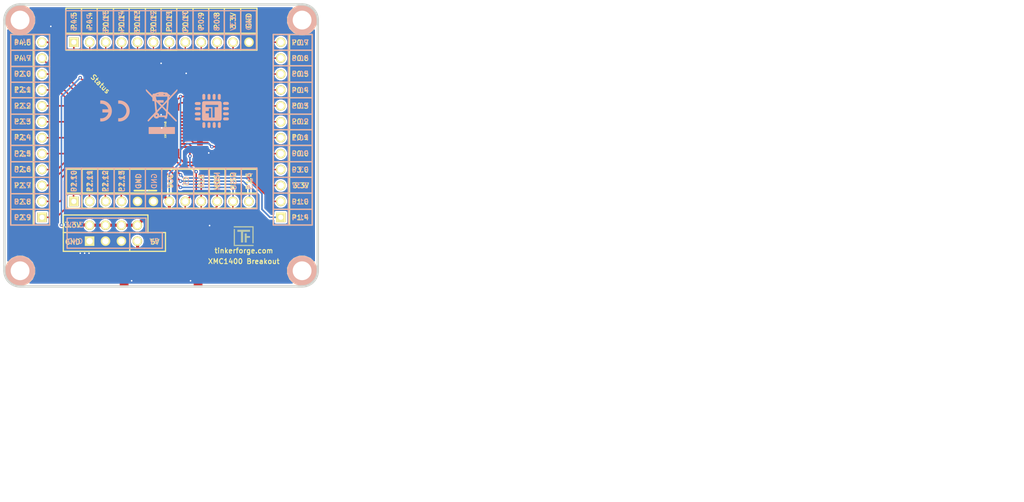
<source format=kicad_pcb>
(kicad_pcb (version 20171130) (host pcbnew 5.0.2-bee76a0~70~ubuntu18.04.1)
  (title_block (title "XMC1400 Breakout Board") (date 2017-02-07) (rev 1.0) (company "Tinkerforge GmbH") (comment 1 "Licensed under CERN OHL v.1.1") (comment 2 "Copyright (©) 2017, B.Nordmeyer <bastian@tinkerforge.com>"))
  (layers (0 Vorderseite signal) (31 Rückseite signal hide) (34 B.Paste user) (35 F.Paste user) (36 B.SilkS user) (37 F.SilkS user) (38 B.Mask user) (39 F.Mask user) (44 Edge.Cuts user))
  (net 0 "")
  (net 1 GND)
  (net 2 VCC)
  (net 3 "Net-(C1-Pad2)")
  (net 4 "Net-(D3-Pad2)")
  (net 5 S-MISO)
  (net 6 S-MOSI)
  (net 7 S-CLK)
  (net 8 S-CS)
  (net 9 "Net-(C9-Pad1)")
  (net 10 Pin13)
  (net 11 Pin14)
  (net 12 Pin15)
  (net 13 Pin16)
  (net 14 Pin21)
  (net 15 Pin22)
  (net 16 Pin1)
  (net 17 Pin12)
  (net 18 Pin11)
  (net 19 Pin10)
  (net 20 Pin9)
  (net 21 Pin8)
  (net 22 Pin7)
  (net 23 Pin6)
  (net 24 Pin5)
  (net 25 Pin4)
  (net 26 Pin3)
  (net 27 Pin2)
  (net 28 Pin48)
  (net 29 Pin39)
  (net 30 Pin40)
  (net 31 Pin43)
  (net 32 Pin44)
  (net 33 Pin45)
  (net 34 Pin46)
  (net 35 Pin47)
  (net 36 Pin41)
  (net 37 Pin42)
  (net 38 Pin29)
  (net 39 Pin30)
  (net 40 Pin31)
  (net 41 Pin32)
  (net 42 Pin33)
  (net 43 Pin34)
  (net 44 Pin35)
  (net 45 Pin36)
  (net 46 Pin26)
  (net 47 Pin28)
  (net 48 +5V)
  (net 49 "Net-(C7-Pad1)")
  (net 50 "Net-(P1-Pad4)")
  (net 51 "Net-(P1-Pad5)")
  (net 52 "Net-(P1-Pad6)")
  (module kicad-libraries:Logo_CoMCU (layer Rückseite) (at 153.4 100.1 180)
    (fp_text reference G*** hide)
    (fp_text value LOGO hide)
  )
  (module kicad-libraries:Fiducial_Mark (layer Vorderseite) (at 131 93)
    (fp_text reference Fiducial_Mark hide)
    (fp_text value VAL** hide)
    (pad 1 smd circle (at 0 0) (size 1.00076 1.00076) (layers Vorderseite F.Paste F.Mask) (clearance 0.65024))
  )
  (module kicad-libraries:Fiducial_Mark (layer Vorderseite) (at 163 86)
    (fp_text reference Fiducial_Mark hide)
    (fp_text value VAL** hide)
    (pad 1 smd circle (at 0 0) (size 1.00076 1.00076) (layers Vorderseite F.Paste F.Mask) (clearance 0.65024))
  )
  (module kicad-libraries:Fiducial_Mark (layer Vorderseite) (at 128 120)
    (fp_text reference Fiducial_Mark hide)
    (fp_text value VAL** hide)
    (pad 1 smd circle (at 0 0) (size 1.00076 1.00076) (layers Vorderseite F.Paste F.Mask) (clearance 0.65024))
  )
  (module kicad-libraries:CE_5mm (layer Rückseite) (at 137.9 100.1 180)
    (fp_text reference VAL hide)
    (fp_text value CE_5mm hide)
  )
  (module kicad-libraries:Logo_31x31 (layer Vorderseite) (at 156.9 118.5)
    (fp_text reference G*** hide)
    (fp_text value Logo_31x31 hide)
  )
  (module kicad-libraries:CRYSTAL_3225 (layer Vorderseite) (at 147.305 93.3)
    (fp_text reference X1)
    (fp_text value 16MHz)
    (pad 3 smd rect (at -1.09982 -0.8001) (size 1.39954 1.15062) (layers Vorderseite F.Paste F.Mask) (net 1 GND))
    (pad 2 smd rect (at 1.09982 -0.8001) (size 1.39954 1.15062) (layers Vorderseite F.Paste F.Mask) (net 36 Pin41))
    (pad 1 smd rect (at -1.09982 0.8001) (size 1.39954 1.15062) (layers Vorderseite F.Paste F.Mask) (net 9 "Net-(C9-Pad1)"))
    (pad 3 smd rect (at 1.09982 0.8001) (size 1.39954 1.15062) (layers Vorderseite F.Paste F.Mask) (net 1 GND))
  )
  (module kicad-libraries:SolderJumper (layer Vorderseite) (at 128.932843 85.379289)
    (fp_text reference P2)
    (fp_text value BOOT)
    (pad 2 smd rect (at 0.55 0) (size 0.3 1.4) (layers Vorderseite F.Mask) (net 16 Pin1))
    (pad 2 smd rect (at 0.15 0) (size 0.6 0.5) (layers Vorderseite F.Mask) (net 16 Pin1))
    (pad 1 smd rect (at -0.5 0) (size 0.4 1.4) (layers Vorderseite F.Mask) (net 1 GND))
    (pad 1 smd rect (at -0.225 0.55) (size 0.95 0.3) (layers Vorderseite F.Mask) (net 1 GND))
    (pad 1 smd rect (at -0.225 -0.55) (size 0.95 0.3) (layers Vorderseite F.Mask) (net 1 GND))
  )
  (module kicad-libraries:QFN48-EP2 (layer Vorderseite) (at 145.3 103.1 270)
    (fp_text reference U1 (at 0 0 270) (layer F.SilkS) (effects (font (size 0.29972 0.29972) (thickness 0.0762))))
    (fp_text value XMC1XXX48 (at 0 -0.7 270) (layer F.SilkS) (effects (font (size 0.29972 0.29972) (thickness 0.0762))))
    (pad 1 smd rect (at -2.74828 3.61188 90) (size 0.29972 1.14808) (layers Vorderseite F.Paste F.Mask) (net 16 Pin1))
    (pad 2 smd rect (at -2.2479 3.61188 90) (size 0.29972 1.14808) (layers Vorderseite F.Paste F.Mask) (net 27 Pin2))
    (pad 3 smd rect (at -1.74752 3.61188 90) (size 0.29972 1.14808) (layers Vorderseite F.Paste F.Mask) (net 26 Pin3))
    (pad 4 smd rect (at -1.24968 3.61188 90) (size 0.29972 1.14808) (layers Vorderseite F.Paste F.Mask) (net 25 Pin4))
    (pad 5 smd rect (at -0.7493 3.61188 90) (size 0.29972 1.14808) (layers Vorderseite F.Paste F.Mask) (net 24 Pin5))
    (pad 6 smd rect (at -0.24892 3.61188 90) (size 0.29972 1.14808) (layers Vorderseite F.Paste F.Mask) (net 23 Pin6))
    (pad 7 smd rect (at 0.24892 3.61188 90) (size 0.29972 1.14808) (layers Vorderseite F.Paste F.Mask) (net 22 Pin7))
    (pad 8 smd rect (at 0.7493 3.61188 90) (size 0.29972 1.14808) (layers Vorderseite F.Paste F.Mask) (net 21 Pin8))
    (pad 9 smd rect (at 1.24968 3.61188 90) (size 0.29972 1.14808) (layers Vorderseite F.Paste F.Mask) (net 20 Pin9))
    (pad 10 smd rect (at 1.74752 3.61188 90) (size 0.29972 1.14808) (layers Vorderseite F.Paste F.Mask) (net 19 Pin10))
    (pad 11 smd rect (at 2.2479 3.61188 90) (size 0.29972 1.14808) (layers Vorderseite F.Paste F.Mask) (net 18 Pin11))
    (pad 12 smd rect (at 2.74828 3.61188 90) (size 0.29972 1.14808) (layers Vorderseite F.Paste F.Mask) (net 17 Pin12))
    (pad 13 smd rect (at 3.61188 2.74828 180) (size 0.29972 1.14808) (layers Vorderseite F.Paste F.Mask) (net 10 Pin13))
    (pad 14 smd rect (at 3.61188 2.2479 180) (size 0.29972 1.14808) (layers Vorderseite F.Paste F.Mask) (net 11 Pin14))
    (pad 15 smd rect (at 3.61188 1.74752 180) (size 0.29972 1.14808) (layers Vorderseite F.Paste F.Mask) (net 12 Pin15))
    (pad 16 smd rect (at 3.61188 1.24968 180) (size 0.29972 1.14808) (layers Vorderseite F.Paste F.Mask) (net 13 Pin16))
    (pad 17 smd rect (at 3.61188 0.7493 180) (size 0.29972 1.14808) (layers Vorderseite F.Paste F.Mask) (net 1 GND))
    (pad 18 smd rect (at 3.61188 0.24892 180) (size 0.29972 1.14808) (layers Vorderseite F.Paste F.Mask) (net 2 VCC))
    (pad 19 smd rect (at 3.61188 -0.24892 180) (size 0.29972 1.14808) (layers Vorderseite F.Paste F.Mask) (net 2 VCC))
    (pad 20 smd rect (at 3.61188 -0.7493 180) (size 0.29972 1.14808) (layers Vorderseite F.Paste F.Mask) (net 5 S-MISO))
    (pad 21 smd rect (at 3.61188 -1.24968 180) (size 0.29972 1.14808) (layers Vorderseite F.Paste F.Mask) (net 14 Pin21))
    (pad 22 smd rect (at 3.61188 -1.74752 180) (size 0.29972 1.14808) (layers Vorderseite F.Paste F.Mask) (net 15 Pin22))
    (pad 23 smd rect (at 3.61188 -2.2479 180) (size 0.29972 1.14808) (layers Vorderseite F.Paste F.Mask) (net 7 S-CLK))
    (pad 24 smd rect (at 3.61188 -2.74828 180) (size 0.29972 1.14808) (layers Vorderseite F.Paste F.Mask) (net 6 S-MOSI))
    (pad 25 smd rect (at 2.74828 -3.61188 270) (size 0.29972 1.14808) (layers Vorderseite F.Paste F.Mask) (net 8 S-CS))
    (pad 26 smd rect (at 2.2479 -3.61188 270) (size 0.29972 1.14808) (layers Vorderseite F.Paste F.Mask) (net 46 Pin26))
    (pad 27 smd rect (at 1.74752 -3.61188 270) (size 0.29972 1.14808) (layers Vorderseite F.Paste F.Mask) (net 2 VCC))
    (pad 28 smd rect (at 1.24968 -3.61188 270) (size 0.29972 1.14808) (layers Vorderseite F.Paste F.Mask) (net 47 Pin28))
    (pad 29 smd rect (at 0.7493 -3.61188 270) (size 0.29972 1.14808) (layers Vorderseite F.Paste F.Mask) (net 38 Pin29))
    (pad 30 smd rect (at 0.24892 -3.61188 270) (size 0.29972 1.14808) (layers Vorderseite F.Paste F.Mask) (net 39 Pin30))
    (pad 31 smd rect (at -0.24892 -3.61188 270) (size 0.29972 1.14808) (layers Vorderseite F.Paste F.Mask) (net 40 Pin31))
    (pad 32 smd rect (at -0.7493 -3.61188 270) (size 0.29972 1.14808) (layers Vorderseite F.Paste F.Mask) (net 41 Pin32))
    (pad 33 smd rect (at -1.24968 -3.61188 270) (size 0.29972 1.14808) (layers Vorderseite F.Paste F.Mask) (net 42 Pin33))
    (pad 34 smd rect (at -1.74752 -3.61188 270) (size 0.29972 1.14808) (layers Vorderseite F.Paste F.Mask) (net 43 Pin34))
    (pad 35 smd rect (at -2.2479 -3.61188 270) (size 0.29972 1.14808) (layers Vorderseite F.Paste F.Mask) (net 44 Pin35))
    (pad 36 smd rect (at -2.74828 -3.61188 270) (size 0.29972 1.14808) (layers Vorderseite F.Paste F.Mask) (net 45 Pin36))
    (pad 37 smd rect (at -3.60934 -2.74828) (size 0.29972 1.15062) (layers Vorderseite F.Paste F.Mask) (net 1 GND))
    (pad 38 smd rect (at -3.61188 -2.2479) (size 0.29972 1.14808) (layers Vorderseite F.Paste F.Mask) (net 2 VCC))
    (pad 39 smd rect (at -3.61188 -1.74752) (size 0.29972 1.14808) (layers Vorderseite F.Paste F.Mask) (net 29 Pin39))
    (pad 40 smd rect (at -3.61188 -1.24968) (size 0.29972 1.14808) (layers Vorderseite F.Paste F.Mask) (net 30 Pin40))
    (pad 41 smd rect (at -3.61188 -0.7493) (size 0.29972 1.14808) (layers Vorderseite F.Paste F.Mask) (net 36 Pin41))
    (pad 42 smd rect (at -3.61188 -0.24892) (size 0.29972 1.14808) (layers Vorderseite F.Paste F.Mask) (net 37 Pin42))
    (pad 43 smd rect (at -3.61188 0.24892) (size 0.29972 1.14808) (layers Vorderseite F.Paste F.Mask) (net 31 Pin43))
    (pad 44 smd rect (at -3.61188 0.7493) (size 0.29972 1.14808) (layers Vorderseite F.Paste F.Mask) (net 32 Pin44))
    (pad 45 smd rect (at -3.61188 1.24968) (size 0.29972 1.14808) (layers Vorderseite F.Paste F.Mask) (net 33 Pin45))
    (pad 46 smd rect (at -3.61188 1.74752) (size 0.29972 1.14808) (layers Vorderseite F.Paste F.Mask) (net 34 Pin46))
    (pad 47 smd rect (at -3.61188 2.2479) (size 0.29972 1.14808) (layers Vorderseite F.Paste F.Mask) (net 35 Pin47))
    (pad 48 smd rect (at -3.61188 2.74828) (size 0.29972 1.14808) (layers Vorderseite F.Paste F.Mask) (net 28 Pin48))
    (pad EP smd rect (at 0 0 270) (size 3.5 3.5) (layers Vorderseite F.Paste F.Mask) (net 1 GND))
  )
  (module C0603F (layer Vorderseite) (at 137.5 124.6 270)
    (fp_text reference C1)
    (fp_text value 1uF)
    (pad 1 smd rect (at -0.75 0 270) (size 0.9 0.9) (layers Vorderseite F.Paste F.Mask) (net 1 GND))
    (pad 2 smd rect (at 0.75 0 270) (size 0.9 0.9) (layers Vorderseite F.Paste F.Mask) (net 3 "Net-(C1-Pad2)"))
  )
  (module C0603F (layer Vorderseite) (at 133.1 124.6 270)
    (fp_text reference C2)
    (fp_text value 1uF)
    (pad 1 smd rect (at -0.75 0 270) (size 0.9 0.9) (layers Vorderseite F.Paste F.Mask) (net 1 GND))
    (pad 2 smd rect (at 0.75 0 270) (size 0.9 0.9) (layers Vorderseite F.Paste F.Mask) (net 2 VCC))
  )
  (module C0603F (layer Vorderseite) (at 150.4 97.8)
    (fp_text reference C3)
    (fp_text value 100nF)
    (pad 1 smd rect (at -0.75 0) (size 0.9 0.9) (layers Vorderseite F.Paste F.Mask) (net 2 VCC))
    (pad 2 smd rect (at 0.75 0) (size 0.9 0.9) (layers Vorderseite F.Paste F.Mask) (net 1 GND))
  )
  (module C0603F (layer Vorderseite) (at 144.6 111.85 180)
    (fp_text reference C4)
    (fp_text value 100nF)
    (pad 1 smd rect (at -0.75 0 180) (size 0.9 0.9) (layers Vorderseite F.Paste F.Mask) (net 2 VCC))
    (pad 2 smd rect (at 0.75 0 180) (size 0.9 0.9) (layers Vorderseite F.Paste F.Mask) (net 1 GND))
  )
  (module C0603F (layer Vorderseite) (at 151.5 105.9 270)
    (fp_text reference C5)
    (fp_text value 100nF)
    (pad 1 smd rect (at -0.75 0 270) (size 0.9 0.9) (layers Vorderseite F.Paste F.Mask) (net 2 VCC))
    (pad 2 smd rect (at 0.75 0 270) (size 0.9 0.9) (layers Vorderseite F.Paste F.Mask) (net 1 GND))
  )
  (module C0603F (layer Vorderseite) (at 144.6 110.55 180)
    (fp_text reference C6)
    (fp_text value 220nF)
    (pad 1 smd rect (at -0.75 0 180) (size 0.9 0.9) (layers Vorderseite F.Paste F.Mask) (net 2 VCC))
    (pad 2 smd rect (at 0.75 0 180) (size 0.9 0.9) (layers Vorderseite F.Paste F.Mask) (net 1 GND))
  )
  (module C0603F (layer Vorderseite) (at 150.005 93.3 270)
    (fp_text reference C8)
    (fp_text value 10pF)
    (pad 1 smd rect (at -0.75 0 270) (size 0.9 0.9) (layers Vorderseite F.Paste F.Mask) (net 36 Pin41))
    (pad 2 smd rect (at 0.75 0 270) (size 0.9 0.9) (layers Vorderseite F.Paste F.Mask) (net 1 GND))
  )
  (module C0603F (layer Vorderseite) (at 144.605 93.3 90)
    (fp_text reference C9)
    (fp_text value 10pF)
    (pad 1 smd rect (at -0.75 0 90) (size 0.9 0.9) (layers Vorderseite F.Paste F.Mask) (net 9 "Net-(C9-Pad1)"))
    (pad 2 smd rect (at 0.75 0 90) (size 0.9 0.9) (layers Vorderseite F.Paste F.Mask) (net 1 GND))
  )
  (module D0603E (layer Vorderseite) (at 134.555 96.75 315)
    (fp_text reference D3)
    (fp_text value blue)
    (pad 1 smd rect (at -0.850099 0 315) (size 1.1 1) (layers Vorderseite F.Paste F.Mask) (net 2 VCC))
    (pad 2 smd rect (at 0.850099 0 315) (size 1.1 1) (layers Vorderseite F.Paste F.Mask) (net 4 "Net-(D3-Pad2)"))
  )
  (module C0603F (layer Vorderseite) (at 135.3 125.4)
    (fp_text reference FB1)
    (fp_text value FILTER)
    (pad 1 smd rect (at -0.75 0) (size 0.9 0.9) (layers Vorderseite F.Paste F.Mask) (net 2 VCC))
    (pad 2 smd rect (at 0.75 0) (size 0.9 0.9) (layers Vorderseite F.Paste F.Mask) (net 3 "Net-(C1-Pad2)"))
  )
  (module CON-SENSOR2 (layer Vorderseite) (at 145.3 128.1)
    (fp_text reference P1)
    (fp_text value CON-SENSOR2)
    (pad 1 smd rect (at -3.75 -4.6) (size 0.6 1.8) (layers Vorderseite F.Paste F.Mask) (net 48 +5V))
    (pad 2 smd rect (at -2.5 -4.6) (size 0.6 1.8) (layers Vorderseite F.Paste F.Mask) (net 1 GND))
    (pad EP smd rect (at -5.9 -1.2) (size 1.4 2.4) (layers Vorderseite F.Paste F.Mask) (net 1 GND))
    (pad EP smd rect (at 5.9 -1.2) (size 1.4 2.4) (layers Vorderseite F.Paste F.Mask) (net 1 GND))
    (pad 3 smd rect (at -1.25 -4.6) (size 0.6 1.8) (layers Vorderseite F.Paste F.Mask) (net 3 "Net-(C1-Pad2)"))
    (pad 4 smd rect (at 0 -4.6) (size 0.6 1.8) (layers Vorderseite F.Paste F.Mask) (net 50 "Net-(P1-Pad4)"))
    (pad 5 smd rect (at 1.25 -4.6) (size 0.6 1.8) (layers Vorderseite F.Paste F.Mask) (net 51 "Net-(P1-Pad5)"))
    (pad 6 smd rect (at 2.5 -4.6) (size 0.6 1.8) (layers Vorderseite F.Paste F.Mask) (net 52 "Net-(P1-Pad6)"))
    (pad 7 smd rect (at 3.75 -4.6) (size 0.6 1.8) (layers Vorderseite F.Paste F.Mask) (net 49 "Net-(C7-Pad1)"))
  )
  (module R0603F (layer Vorderseite) (at 138.365 98.655 180)
    (fp_text reference R1)
    (fp_text value 1k)
    (pad 1 smd rect (at -0.75 0 180) (size 0.9 0.9) (layers Vorderseite F.Paste F.Mask) (net 28 Pin48))
    (pad 2 smd rect (at 0.75 0 180) (size 0.9 0.9) (layers Vorderseite F.Paste F.Mask) (net 4 "Net-(D3-Pad2)"))
  )
  (module R0402E (layer Vorderseite) (at 145.35 95.48)
    (fp_text reference R9)
    (fp_text value TBD)
    (pad 1 smd rect (at -0.65 0) (size 0.7 0.9) (layers Vorderseite F.Paste F.Mask) (net 37 Pin42))
    (pad 2 smd rect (at 0.65 0) (size 0.7 0.9) (layers Vorderseite F.Paste F.Mask) (net 9 "Net-(C9-Pad1)"))
  )
  (module DRILL_NP (layer Vorderseite) (at 122.8 85.6 270)
    (fp_text reference U2 hide)
    (fp_text value DRILL hide)
    (pad "" np_thru_hole circle (at 0 0 270) (size 2.99974 2.99974) (drill 2.99974) (layers *.Cu *.Mask F.SilkS) (clearance 0.89916))
  )
  (module DRILL_NP (layer Vorderseite) (at 122.8 125.6 90)
    (fp_text reference U3 hide)
    (fp_text value DRILL hide)
    (pad "" np_thru_hole circle (at 0 0 90) (size 2.99974 2.99974) (drill 2.99974) (layers *.Cu *.Mask F.SilkS) (clearance 0.89916))
  )
  (module DRILL_NP (layer Vorderseite) (at 167.8 125.6 90)
    (fp_text reference U4 hide)
    (fp_text value DRILL hide)
    (pad "" np_thru_hole circle (at 0 0 90) (size 2.99974 2.99974) (drill 2.99974) (layers *.Cu *.Mask F.SilkS) (clearance 0.89916))
  )
  (module DRILL_NP (layer Vorderseite) (at 167.8 85.6)
    (fp_text reference U5 hide)
    (fp_text value DRILL hide)
    (pad "" np_thru_hole circle (at 0 0) (size 2.99974 2.99974) (drill 2.99974) (layers *.Cu *.Mask F.SilkS) (clearance 0.89916))
  )
  (module kicad-libraries:pin_array_12 (layer Vorderseite) (at 145.35 89.13)
    (fp_text reference P3)
    (fp_text value CONN_01X12)
    (pad 1 thru_hole rect (at -13.97 0) (size 1.524 1.524) (drill 0.8128) (layers *.Cu *.Mask F.SilkS) (net 28 Pin48))
    (pad 2 thru_hole circle (at -11.43 0) (size 1.524 1.524) (drill 1.016) (layers *.Cu *.Mask F.SilkS) (net 35 Pin47))
    (pad 3 thru_hole circle (at -8.89 0) (size 1.524 1.524) (drill 1.016) (layers *.Cu *.Mask F.SilkS) (net 34 Pin46))
    (pad 4 thru_hole circle (at -6.35 0) (size 1.524 1.524) (drill 1.016) (layers *.Cu *.Mask F.SilkS) (net 33 Pin45))
    (pad 5 thru_hole circle (at -3.81 0) (size 1.524 1.524) (drill 1.016) (layers *.Cu *.Mask F.SilkS) (net 32 Pin44))
    (pad 6 thru_hole circle (at -1.27 0) (size 1.524 1.524) (drill 1.016) (layers *.Cu *.Mask F.SilkS) (net 31 Pin43))
    (pad 7 thru_hole circle (at 1.27 0) (size 1.524 1.524) (drill 1.016) (layers *.Cu *.Mask F.SilkS) (net 37 Pin42))
    (pad 8 thru_hole circle (at 3.81 0) (size 1.524 1.524) (drill 1.016) (layers *.Cu *.Mask F.SilkS) (net 36 Pin41))
    (pad 9 thru_hole circle (at 6.35 0) (size 1.524 1.524) (drill 1.016) (layers *.Cu *.Mask F.SilkS) (net 30 Pin40))
    (pad 10 thru_hole circle (at 8.89 0) (size 1.524 1.524) (drill 1.016) (layers *.Cu *.Mask F.SilkS) (net 29 Pin39))
    (pad 11 thru_hole circle (at 11.43 0) (size 1.524 1.524) (drill 1.016) (layers *.Cu *.Mask F.SilkS) (net 2 VCC))
    (pad 12 thru_hole circle (at 13.97 0) (size 1.524 1.524) (drill 1.016) (layers *.Cu *.Mask F.SilkS) (net 1 GND))
  )
  (module kicad-libraries:pin_array_12 (layer Vorderseite) (at 126.3 103.1 90)
    (fp_text reference P4)
    (fp_text value CONN_01X12)
    (pad 1 thru_hole rect (at -13.97 0 90) (size 1.524 1.524) (drill 0.8128) (layers *.Cu *.Mask F.SilkS) (net 17 Pin12))
    (pad 2 thru_hole circle (at -11.43 0 90) (size 1.524 1.524) (drill 1.016) (layers *.Cu *.Mask F.SilkS) (net 18 Pin11))
    (pad 3 thru_hole circle (at -8.89 0 90) (size 1.524 1.524) (drill 1.016) (layers *.Cu *.Mask F.SilkS) (net 19 Pin10))
    (pad 4 thru_hole circle (at -6.35 0 90) (size 1.524 1.524) (drill 1.016) (layers *.Cu *.Mask F.SilkS) (net 20 Pin9))
    (pad 5 thru_hole circle (at -3.81 0 90) (size 1.524 1.524) (drill 1.016) (layers *.Cu *.Mask F.SilkS) (net 21 Pin8))
    (pad 6 thru_hole circle (at -1.27 0 90) (size 1.524 1.524) (drill 1.016) (layers *.Cu *.Mask F.SilkS) (net 22 Pin7))
    (pad 7 thru_hole circle (at 1.27 0 90) (size 1.524 1.524) (drill 1.016) (layers *.Cu *.Mask F.SilkS) (net 23 Pin6))
    (pad 8 thru_hole circle (at 3.81 0 90) (size 1.524 1.524) (drill 1.016) (layers *.Cu *.Mask F.SilkS) (net 24 Pin5))
    (pad 9 thru_hole circle (at 6.35 0 90) (size 1.524 1.524) (drill 1.016) (layers *.Cu *.Mask F.SilkS) (net 25 Pin4))
    (pad 10 thru_hole circle (at 8.89 0 90) (size 1.524 1.524) (drill 1.016) (layers *.Cu *.Mask F.SilkS) (net 26 Pin3))
    (pad 11 thru_hole circle (at 11.43 0 90) (size 1.524 1.524) (drill 1.016) (layers *.Cu *.Mask F.SilkS) (net 27 Pin2))
    (pad 12 thru_hole circle (at 13.97 0 90) (size 1.524 1.524) (drill 1.016) (layers *.Cu *.Mask F.SilkS) (net 16 Pin1))
  )
  (module kicad-libraries:pin_array_12 (layer Vorderseite) (at 145.35 114.53)
    (fp_text reference P5)
    (fp_text value CONN_01X12)
    (pad 1 thru_hole rect (at -13.97 0) (size 1.524 1.524) (drill 0.8128) (layers *.Cu *.Mask F.SilkS) (net 10 Pin13))
    (pad 2 thru_hole circle (at -11.43 0) (size 1.524 1.524) (drill 1.016) (layers *.Cu *.Mask F.SilkS) (net 11 Pin14))
    (pad 3 thru_hole circle (at -8.89 0) (size 1.524 1.524) (drill 1.016) (layers *.Cu *.Mask F.SilkS) (net 12 Pin15))
    (pad 4 thru_hole circle (at -6.35 0) (size 1.524 1.524) (drill 1.016) (layers *.Cu *.Mask F.SilkS) (net 13 Pin16))
    (pad 5 thru_hole circle (at -3.81 0) (size 1.524 1.524) (drill 1.016) (layers *.Cu *.Mask F.SilkS) (net 1 GND))
    (pad 6 thru_hole circle (at -1.27 0) (size 1.524 1.524) (drill 1.016) (layers *.Cu *.Mask F.SilkS) (net 1 GND))
    (pad 7 thru_hole circle (at 1.27 0) (size 1.524 1.524) (drill 1.016) (layers *.Cu *.Mask F.SilkS) (net 2 VCC))
    (pad 8 thru_hole circle (at 3.81 0) (size 1.524 1.524) (drill 1.016) (layers *.Cu *.Mask F.SilkS) (net 8 S-CS))
    (pad 9 thru_hole circle (at 6.35 0) (size 1.524 1.524) (drill 1.016) (layers *.Cu *.Mask F.SilkS) (net 7 S-CLK))
    (pad 10 thru_hole circle (at 8.89 0) (size 1.524 1.524) (drill 1.016) (layers *.Cu *.Mask F.SilkS) (net 6 S-MOSI))
    (pad 11 thru_hole circle (at 11.43 0) (size 1.524 1.524) (drill 1.016) (layers *.Cu *.Mask F.SilkS) (net 5 S-MISO))
    (pad 12 thru_hole circle (at 13.97 0) (size 1.524 1.524) (drill 1.016) (layers *.Cu *.Mask F.SilkS) (net 14 Pin21))
  )
  (module kicad-libraries:pin_array_12 (layer Vorderseite) (at 164.4 103.1 90)
    (fp_text reference P6)
    (fp_text value CONN_01X12)
    (pad 1 thru_hole rect (at -13.97 0 90) (size 1.524 1.524) (drill 0.8128) (layers *.Cu *.Mask F.SilkS) (net 15 Pin22))
    (pad 2 thru_hole circle (at -11.43 0 90) (size 1.524 1.524) (drill 1.016) (layers *.Cu *.Mask F.SilkS) (net 46 Pin26))
    (pad 3 thru_hole circle (at -8.89 0 90) (size 1.524 1.524) (drill 1.016) (layers *.Cu *.Mask F.SilkS) (net 2 VCC))
    (pad 4 thru_hole circle (at -6.35 0 90) (size 1.524 1.524) (drill 1.016) (layers *.Cu *.Mask F.SilkS) (net 47 Pin28))
    (pad 5 thru_hole circle (at -3.81 0 90) (size 1.524 1.524) (drill 1.016) (layers *.Cu *.Mask F.SilkS) (net 38 Pin29))
    (pad 6 thru_hole circle (at -1.27 0 90) (size 1.524 1.524) (drill 1.016) (layers *.Cu *.Mask F.SilkS) (net 39 Pin30))
    (pad 7 thru_hole circle (at 1.27 0 90) (size 1.524 1.524) (drill 1.016) (layers *.Cu *.Mask F.SilkS) (net 40 Pin31))
    (pad 8 thru_hole circle (at 3.81 0 90) (size 1.524 1.524) (drill 1.016) (layers *.Cu *.Mask F.SilkS) (net 41 Pin32))
    (pad 9 thru_hole circle (at 6.35 0 90) (size 1.524 1.524) (drill 1.016) (layers *.Cu *.Mask F.SilkS) (net 42 Pin33))
    (pad 10 thru_hole circle (at 8.89 0 90) (size 1.524 1.524) (drill 1.016) (layers *.Cu *.Mask F.SilkS) (net 43 Pin34))
    (pad 11 thru_hole circle (at 11.43 0 90) (size 1.524 1.524) (drill 1.016) (layers *.Cu *.Mask F.SilkS) (net 44 Pin35))
    (pad 12 thru_hole circle (at 13.97 0 90) (size 1.524 1.524) (drill 1.016) (layers *.Cu *.Mask F.SilkS) (net 45 Pin36))
  )
  (module kicad-libraries:pin_array_4x2 (layer Vorderseite) (at 137.7 119.6)
    (fp_text reference P7)
    (fp_text value CONN_02X04 hide)
    (pad 1 thru_hole rect (at -3.81 1.27) (size 1.524 1.524) (drill 1.016) (layers *.Cu *.Mask F.SilkS) (net 1 GND))
    (pad 2 thru_hole circle (at -3.81 -1.27) (size 1.524 1.524) (drill 1.016) (layers *.Cu *.Mask F.SilkS) (net 2 VCC))
    (pad 3 thru_hole circle (at -1.27 1.27) (size 1.524 1.524) (drill 1.016) (layers *.Cu *.Mask F.SilkS) (net 1 GND))
    (pad 4 thru_hole circle (at -1.27 -1.27) (size 1.524 1.524) (drill 1.016) (layers *.Cu *.Mask F.SilkS) (net 2 VCC))
    (pad 5 thru_hole circle (at 1.27 1.27) (size 1.524 1.524) (drill 1.016) (layers *.Cu *.Mask F.SilkS) (net 1 GND))
    (pad 6 thru_hole circle (at 1.27 -1.27) (size 1.524 1.524) (drill 1.016) (layers *.Cu *.Mask F.SilkS) (net 2 VCC))
    (pad 7 thru_hole circle (at 3.81 1.27) (size 1.524 1.524) (drill 1.016) (layers *.Cu *.Mask F.SilkS) (net 48 +5V))
    (pad 8 thru_hole circle (at 3.81 -1.27) (size 1.524 1.524) (drill 1.016) (layers *.Cu *.Mask F.SilkS) (net 2 VCC))
  )
  (module kicad-libraries:WEEE_7mm (layer Rückseite) (at 145.4 100.2 180)
    (fp_text reference VAL hide)
    (fp_text value WEEE_7mm hide)
  )
  (module kicad-libraries:C0402F (layer Vorderseite) (at 152.9 119.3 90)
    (fp_text reference C7)
    (fp_text value 220pF)
    (pad 2 smd rect (at 0.5 0 90) (size 0.6 0.7) (layers Vorderseite F.Paste F.Mask) (net 1 GND))
    (pad 1 smd rect (at -0.5 0 90) (size 0.6 0.7) (layers Vorderseite F.Paste F.Mask) (net 49 "Net-(C7-Pad1)"))
  )
  (module kicad-libraries:4X0402 (layer Vorderseite) (at 151.2 119.3)
    (fp_text reference RP1)
    (fp_text value 82)
    (pad 1 smd rect (at -0.7493 0.575 180) (size 0.29972 0.65) (layers Vorderseite F.Paste F.Mask) (net 50 "Net-(P1-Pad4)"))
    (pad 2 smd rect (at -0.24892 0.575 180) (size 0.29972 0.65) (layers Vorderseite F.Paste F.Mask) (net 51 "Net-(P1-Pad5)"))
    (pad 3 smd rect (at 0.24892 0.575 180) (size 0.29972 0.65) (layers Vorderseite F.Paste F.Mask) (net 52 "Net-(P1-Pad6)"))
    (pad 4 smd rect (at 0.7493 0.575 180) (size 0.29972 0.65) (layers Vorderseite F.Paste F.Mask) (net 49 "Net-(C7-Pad1)"))
    (pad 5 smd rect (at 0.7493 -0.575) (size 0.29972 0.65) (layers Vorderseite F.Paste F.Mask) (net 5 S-MISO))
    (pad 6 smd rect (at 0.24892 -0.575) (size 0.29972 0.65) (layers Vorderseite F.Paste F.Mask) (net 6 S-MOSI))
    (pad 7 smd rect (at -0.24892 -0.575) (size 0.29972 0.65) (layers Vorderseite F.Paste F.Mask) (net 7 S-CLK))
    (pad 8 smd rect (at -0.7493 -0.575) (size 0.29972 0.65) (layers Vorderseite F.Paste F.Mask) (net 8 S-CS))
  )
  (gr_line (start 124.9 118.3) (end 124.9 87.9) (layer F.SilkS) (width 0.2))
  (gr_line (start 165.8 87.9) (end 165.8 118.3) (layer F.SilkS) (width 0.2))
  (gr_line (start 130.1 87.7) (end 160.6 87.7) (layer F.SilkS) (width 0.2))
  (gr_line (start 145.4 109.5) (end 145.4 109.4) (layer F.SilkS) (width 0.2))
  (gr_line (start 145.4 109.7) (end 145.4 109.5) (layer F.SilkS) (width 0.2))
  (gr_line (start 145.4 115.6) (end 145.4 112.6) (layer F.SilkS) (width 0.2))
  (gr_line (start 145.3 90.4) (end 145.3 83.7) (layer F.SilkS) (width 0.2))
  (gr_line (start 158 90.4) (end 158 83.7) (layer F.SilkS) (width 0.2))
  (gr_line (start 155.4 83.7) (end 155.4 90.4) (layer F.SilkS) (width 0.2))
  (gr_line (start 152.9 90.4) (end 152.9 83.7) (layer F.SilkS) (width 0.2))
  (gr_line (start 150.4 83.7) (end 150.4 90.4) (layer F.SilkS) (width 0.2))
  (gr_line (start 147.8 90.4) (end 147.8 83.7) (layer F.SilkS) (width 0.2))
  (gr_line (start 145.4 90.4) (end 147.8 90.4) (layer F.SilkS) (width 0.2))
  (gr_line (start 142.8 90.4) (end 142.8 83.7) (layer F.SilkS) (width 0.2))
  (gr_line (start 140.2 90.4) (end 140.2 83.7) (layer F.SilkS) (width 0.2))
  (gr_line (start 137.7 83.7) (end 137.7 90.4) (layer F.SilkS) (width 0.2))
  (gr_line (start 135.1 90.4) (end 135.1 83.7) (layer F.SilkS) (width 0.2))
  (gr_line (start 132.6 83.7) (end 132.6 90.4) (layer F.SilkS) (width 0.2))
  (gr_line (start 130.1 83.7) (end 130.1 90.4) (layer F.SilkS) (width 0.2))
  (gr_line (start 160.6 90.4) (end 160.6 83.7) (layer F.SilkS) (width 0.2))
  (gr_line (start 130.2 90.4) (end 160.6 90.4) (layer F.SilkS) (width 0.2))
  (gr_line (start 160.6 83.7) (end 130.2 83.7) (layer F.SilkS) (width 0.2))
  (gr_line (start 121.4 98) (end 127.5 98) (layer F.SilkS) (width 0.2))
  (gr_line (start 127.5 100.6) (end 121.3 100.6) (layer F.SilkS) (width 0.2))
  (gr_line (start 127.5 118.3) (end 127.5 87.9) (layer F.SilkS) (width 0.2))
  (gr_line (start 127.5 105.6) (end 121.3 105.6) (layer F.SilkS) (width 0.2))
  (gr_line (start 127.5 87.9) (end 121.3 87.9) (layer F.SilkS) (width 0.2))
  (gr_line (start 127.5 115.8) (end 121.3 115.8) (layer F.SilkS) (width 0.2))
  (gr_line (start 121.3 118.3) (end 127.5 118.3) (layer F.SilkS) (width 0.2))
  (gr_line (start 127.5 95.5) (end 121.3 95.5) (layer F.SilkS) (width 0.2))
  (gr_line (start 121.3 87.9) (end 121.3 118.3) (layer F.SilkS) (width 0.2))
  (gr_line (start 127.5 90.4) (end 121.3 90.4) (layer F.SilkS) (width 0.2))
  (gr_line (start 121.3 93) (end 127.5 93) (layer F.SilkS) (width 0.2))
  (gr_line (start 127.5 113.3) (end 121.3 113.3) (layer F.SilkS) (width 0.2))
  (gr_line (start 127.5 110.7) (end 121.3 110.7) (layer F.SilkS) (width 0.2))
  (gr_line (start 127.5 108.2) (end 121.3 108.2) (layer F.SilkS) (width 0.2))
  (gr_line (start 127.5 103.1) (end 121.3 103.1) (layer F.SilkS) (width 0.2))
  (gr_line (start 169.3 108.2) (end 163.2 108.2) (layer F.SilkS) (width 0.2))
  (gr_line (start 163.2 105.6) (end 169.4 105.6) (layer F.SilkS) (width 0.2))
  (gr_line (start 163.2 87.9) (end 163.2 118.3) (layer F.SilkS) (width 0.2))
  (gr_line (start 163.2 100.6) (end 169.4 100.6) (layer F.SilkS) (width 0.2))
  (gr_line (start 163.2 118.3) (end 169.4 118.3) (layer F.SilkS) (width 0.2))
  (gr_line (start 163.2 90.4) (end 169.4 90.4) (layer F.SilkS) (width 0.2))
  (gr_line (start 169.4 87.9) (end 163.2 87.9) (layer F.SilkS) (width 0.2))
  (gr_line (start 163.2 110.7) (end 169.4 110.7) (layer F.SilkS) (width 0.2))
  (gr_line (start 169.4 118.3) (end 169.4 87.9) (layer F.SilkS) (width 0.2))
  (gr_line (start 163.2 115.8) (end 169.4 115.8) (layer F.SilkS) (width 0.2))
  (gr_line (start 169.4 113.2) (end 163.2 113.2) (layer F.SilkS) (width 0.2))
  (gr_line (start 163.2 92.9) (end 169.4 92.9) (layer F.SilkS) (width 0.2))
  (gr_line (start 163.2 95.5) (end 169.4 95.5) (layer F.SilkS) (width 0.2))
  (gr_line (start 163.2 98) (end 169.4 98) (layer F.SilkS) (width 0.2))
  (gr_line (start 163.2 103.1) (end 169.4 103.1) (layer F.SilkS) (width 0.2))
  (gr_line (start 150.5 109.5) (end 150.5 115.6) (layer F.SilkS) (width 0.2))
  (gr_line (start 147.9 115.6) (end 147.9 109.4) (layer F.SilkS) (width 0.2))
  (gr_line (start 130.2 115.6) (end 160.6 115.6) (layer F.SilkS) (width 0.2))
  (gr_line (start 160.6 115.6) (end 160.6 109.4) (layer F.SilkS) (width 0.2))
  (gr_line (start 132.7 115.6) (end 132.7 109.4) (layer F.SilkS) (width 0.2))
  (gr_line (start 160.6 113.2) (end 130.2 113.2) (layer F.SilkS) (width 0.2))
  (gr_line (start 130.2 109.4) (end 130.2 115.6) (layer F.SilkS) (width 0.2))
  (gr_line (start 153 115.6) (end 153 109.4) (layer F.SilkS) (width 0.2))
  (gr_line (start 160.6 109.4) (end 130.2 109.4) (layer F.SilkS) (width 0.2))
  (gr_line (start 158.1 115.6) (end 158.1 109.4) (layer F.SilkS) (width 0.2))
  (gr_line (start 155.5 109.4) (end 155.5 115.6) (layer F.SilkS) (width 0.2))
  (gr_line (start 135.2 115.6) (end 135.2 109.4) (layer F.SilkS) (width 0.2))
  (gr_line (start 137.8 115.6) (end 137.8 109.4) (layer F.SilkS) (width 0.2))
  (gr_line (start 140.3 115.6) (end 140.3 109.4) (layer F.SilkS) (width 0.2))
  (gr_text GND (at 159.3 86 90) (layer B.SilkS) (effects (font (size 0.8 0.8)) (justify mirror)))
  (gr_text 3.3V (at 156.8 86 90) (layer B.SilkS) (effects (font (size 0.8 0.8)) (justify mirror)))
  (gr_text P0.8 (at 154.2 86 90) (layer B.SilkS) (effects (font (size 0.8 0.8)) (justify mirror)))
  (gr_text P0.9 (at 151.7 86 90) (layer B.SilkS) (effects (font (size 0.8 0.8)) (justify mirror)))
  (gr_text P0.10 (at 149.2 86 90) (layer B.SilkS) (effects (font (size 0.8 0.8)) (justify mirror)))
  (gr_text P0.11 (at 146.6 86 90) (layer B.SilkS) (effects (font (size 0.8 0.8)) (justify mirror)))
  (gr_text P0.12 (at 144.1 86 90) (layer B.SilkS) (effects (font (size 0.8 0.8)) (justify mirror)))
  (gr_text P0.13 (at 141.5 86 90) (layer B.SilkS) (effects (font (size 0.8 0.8)) (justify mirror)))
  (gr_text P0.14 (at 139 86 90) (layer B.SilkS) (effects (font (size 0.8 0.8)) (justify mirror)))
  (gr_text P0.15 (at 136.5 86 90) (layer B.SilkS) (effects (font (size 0.8 0.8)) (justify mirror)))
  (gr_text P4.4 (at 133.9 86 90) (layer B.SilkS) (effects (font (size 0.8 0.8)) (justify mirror)))
  (gr_text P4.5 (at 131.4 86 90) (layer B.SilkS) (effects (font (size 0.8 0.8)) (justify mirror)))
  (gr_text P1.4 (at 167.5 117.1) (layer B.SilkS) (effects (font (size 0.8 0.8)) (justify mirror)))
  (gr_text P1.0 (at 167.5 114.6) (layer B.SilkS) (effects (font (size 0.8 0.8)) (justify mirror)))
  (gr_text 3.3V (at 167.5 112) (layer B.SilkS) (effects (font (size 0.8 0.8)) (justify mirror)))
  (gr_text P3.0 (at 167.5 109.5) (layer B.SilkS) (effects (font (size 0.8 0.8)) (justify mirror)))
  (gr_text P0.0 (at 167.5 106.9) (layer B.SilkS) (effects (font (size 0.8 0.8)) (justify mirror)))
  (gr_text P0.1 (at 167.5 104.4) (layer B.SilkS) (effects (font (size 0.8 0.8)) (justify mirror)))
  (gr_text P0.2 (at 167.5 101.8) (layer B.SilkS) (effects (font (size 0.8 0.8)) (justify mirror)))
  (gr_text P0.3 (at 167.5 99.3) (layer B.SilkS) (effects (font (size 0.8 0.8)) (justify mirror)))
  (gr_text P0.4 (at 167.5 96.8) (layer B.SilkS) (effects (font (size 0.8 0.8)) (justify mirror)))
  (gr_text P0.5 (at 167.5 94.2) (layer B.SilkS) (effects (font (size 0.8 0.8)) (justify mirror)))
  (gr_text P0.6 (at 167.5 91.7) (layer B.SilkS) (effects (font (size 0.8 0.8)) (justify mirror)))
  (gr_text P0.7 (at 167.5 89.2) (layer B.SilkS) (effects (font (size 0.8 0.8)) (justify mirror)))
  (gr_text P2.9 (at 123.2 117.1) (layer B.SilkS) (effects (font (size 0.8 0.8)) (justify mirror)))
  (gr_text P2.8 (at 123.2 114.6) (layer B.SilkS) (effects (font (size 0.8 0.8)) (justify mirror)))
  (gr_text P2.7 (at 123.2 112) (layer B.SilkS) (effects (font (size 0.8 0.8)) (justify mirror)))
  (gr_text P2.6 (at 123.2 109.5) (layer B.SilkS) (effects (font (size 0.8 0.8)) (justify mirror)))
  (gr_text P2.5 (at 123.2 107) (layer B.SilkS) (effects (font (size 0.8 0.8)) (justify mirror)))
  (gr_text P2.4 (at 123.2 104.4) (layer B.SilkS) (effects (font (size 0.8 0.8)) (justify mirror)))
  (gr_text P2.3 (at 123.2 101.8) (layer B.SilkS) (effects (font (size 0.8 0.8)) (justify mirror)))
  (gr_text P2.2 (at 123.2 99.3) (layer B.SilkS) (effects (font (size 0.8 0.8)) (justify mirror)))
  (gr_text P2.1 (at 123.2 96.8) (layer B.SilkS) (effects (font (size 0.8 0.8)) (justify mirror)))
  (gr_text P2.0 (at 123.2 94.2) (layer B.SilkS) (effects (font (size 0.8 0.8)) (justify mirror)))
  (gr_text P4.7 (at 123.2 91.7) (layer B.SilkS) (effects (font (size 0.8 0.8)) (justify mirror)))
  (gr_text P4.6 (at 123.2 89.1) (layer B.SilkS) (effects (font (size 0.8 0.8)) (justify mirror)))
  (gr_line (start 160.5 87.9) (end 130.1 87.9) (layer B.SilkS) (width 0.2))
  (gr_line (start 135.1 90.3) (end 135.1 84.1) (layer B.SilkS) (width 0.2))
  (gr_line (start 137.7 90.3) (end 137.7 84.1) (layer B.SilkS) (width 0.2))
  (gr_line (start 142.8 90.3) (end 142.8 84.1) (layer B.SilkS) (width 0.2))
  (gr_line (start 158 90.3) (end 158 84.1) (layer B.SilkS) (width 0.2))
  (gr_line (start 147.8 90.3) (end 147.8 84.1) (layer B.SilkS) (width 0.2))
  (gr_line (start 132.6 90.3) (end 132.6 84.1) (layer B.SilkS) (width 0.2))
  (gr_line (start 130.1 90.3) (end 160.5 90.3) (layer B.SilkS) (width 0.2))
  (gr_line (start 130.1 84.1) (end 130.1 90.3) (layer B.SilkS) (width 0.2))
  (gr_line (start 150.4 84.2) (end 150.4 90.3) (layer B.SilkS) (width 0.2))
  (gr_line (start 140.2 90.3) (end 140.2 84.1) (layer B.SilkS) (width 0.2))
  (gr_line (start 145.3 90.3) (end 145.3 84.1) (layer B.SilkS) (width 0.2))
  (gr_line (start 160.5 84.1) (end 130.1 84.1) (layer B.SilkS) (width 0.2))
  (gr_line (start 155.4 84.1) (end 155.4 90.3) (layer B.SilkS) (width 0.2))
  (gr_line (start 160.5 90.3) (end 160.5 84.1) (layer B.SilkS) (width 0.2))
  (gr_line (start 152.9 90.3) (end 152.9 84.1) (layer B.SilkS) (width 0.2))
  (gr_line (start 165.6 118.3) (end 165.6 87.9) (layer B.SilkS) (width 0.2))
  (gr_line (start 163.2 92.9) (end 169.4 92.9) (layer B.SilkS) (width 0.2))
  (gr_line (start 163.2 95.5) (end 169.4 95.5) (layer B.SilkS) (width 0.2))
  (gr_line (start 163.2 100.6) (end 169.4 100.6) (layer B.SilkS) (width 0.2))
  (gr_line (start 163.2 115.8) (end 169.4 115.8) (layer B.SilkS) (width 0.2))
  (gr_line (start 163.2 105.6) (end 169.4 105.6) (layer B.SilkS) (width 0.2))
  (gr_line (start 163.2 90.4) (end 169.4 90.4) (layer B.SilkS) (width 0.2))
  (gr_line (start 163.2 87.9) (end 163.2 118.3) (layer B.SilkS) (width 0.2))
  (gr_line (start 169.4 87.9) (end 163.2 87.9) (layer B.SilkS) (width 0.2))
  (gr_line (start 169.3 108.2) (end 163.2 108.2) (layer B.SilkS) (width 0.2))
  (gr_line (start 163.2 98) (end 169.4 98) (layer B.SilkS) (width 0.2))
  (gr_line (start 163.2 103.1) (end 169.4 103.1) (layer B.SilkS) (width 0.2))
  (gr_line (start 169.4 118.3) (end 169.4 87.9) (layer B.SilkS) (width 0.2))
  (gr_line (start 169.4 113.2) (end 163.2 113.2) (layer B.SilkS) (width 0.2))
  (gr_line (start 163.2 118.3) (end 169.4 118.3) (layer B.SilkS) (width 0.2))
  (gr_line (start 163.2 110.7) (end 169.4 110.7) (layer B.SilkS) (width 0.2))
  (gr_line (start 127.5 115.8) (end 121.3 115.8) (layer B.SilkS) (width 0.2))
  (gr_line (start 127.5 113.3) (end 121.3 113.3) (layer B.SilkS) (width 0.2))
  (gr_line (start 127.5 110.7) (end 121.3 110.7) (layer B.SilkS) (width 0.2))
  (gr_line (start 127.5 108.2) (end 121.3 108.2) (layer B.SilkS) (width 0.2))
  (gr_line (start 127.5 105.6) (end 121.3 105.6) (layer B.SilkS) (width 0.2))
  (gr_line (start 127.5 103.1) (end 121.3 103.1) (layer B.SilkS) (width 0.2))
  (gr_line (start 127.5 100.6) (end 121.3 100.6) (layer B.SilkS) (width 0.2))
  (gr_line (start 121.4 98) (end 127.5 98) (layer B.SilkS) (width 0.2))
  (gr_line (start 127.5 95.5) (end 121.3 95.5) (layer B.SilkS) (width 0.2))
  (gr_line (start 121.3 93) (end 127.5 93) (layer B.SilkS) (width 0.2))
  (gr_line (start 127.5 90.4) (end 121.3 90.4) (layer B.SilkS) (width 0.2))
  (gr_line (start 125.1 87.9) (end 125.1 118.3) (layer B.SilkS) (width 0.2))
  (gr_line (start 127.5 118.3) (end 127.5 87.9) (layer B.SilkS) (width 0.2))
  (gr_line (start 121.3 118.3) (end 127.5 118.3) (layer B.SilkS) (width 0.2))
  (gr_line (start 121.3 87.9) (end 121.3 118.3) (layer B.SilkS) (width 0.2))
  (gr_line (start 127.5 87.9) (end 121.3 87.9) (layer B.SilkS) (width 0.2))
  (gr_text P1.5 (at 159.5 111.3 90) (layer B.SilkS) (effects (font (size 0.8 0.8)) (justify mirror)))
  (gr_text MISO (at 156.9 111.3 90) (layer B.SilkS) (effects (font (size 0.8 0.8)) (justify mirror)))
  (gr_text MOSI (at 154.3 111.3 90) (layer B.SilkS) (effects (font (size 0.8 0.8)) (justify mirror)))
  (gr_text CLK (at 151.8 111.3 90) (layer B.SilkS) (effects (font (size 0.8 0.8)) (justify mirror)))
  (gr_text CS (at 149.3 111.3 90) (layer B.SilkS) (effects (font (size 0.8 0.8)) (justify mirror)))
  (gr_text VCC (at 146.8 111.3 90) (layer B.SilkS) (effects (font (size 0.8 0.8)) (justify mirror)))
  (gr_line (start 158.1 113.4) (end 158.1 115.7) (layer B.SilkS) (width 0.2))
  (gr_line (start 155.6 113.4) (end 155.6 115.7) (layer B.SilkS) (width 0.2))
  (gr_line (start 152.9 113.4) (end 152.9 115.7) (layer B.SilkS) (width 0.2))
  (gr_line (start 150.5 113.4) (end 150.5 115.7) (layer B.SilkS) (width 0.2))
  (gr_line (start 147.9 113.4) (end 147.9 115.7) (layer B.SilkS) (width 0.2))
  (gr_line (start 145.4 113.4) (end 145.4 115.7) (layer B.SilkS) (width 0.2))
  (gr_line (start 142.8 113.4) (end 142.8 115.7) (layer B.SilkS) (width 0.2))
  (gr_line (start 140.3 113.4) (end 140.3 115.7) (layer B.SilkS) (width 0.2))
  (gr_line (start 137.8 113.4) (end 137.8 115.7) (layer B.SilkS) (width 0.2))
  (gr_line (start 132.6 115.7) (end 132.6 109.2) (layer B.SilkS) (width 0.2))
  (gr_line (start 135.2 115.7) (end 135.2 109.2) (layer B.SilkS) (width 0.2))
  (gr_line (start 137.8 113.4) (end 137.8 109.2) (layer B.SilkS) (width 0.2))
  (gr_line (start 140.3 113.4) (end 140.3 109.2) (layer B.SilkS) (width 0.2))
  (gr_line (start 142.8 113.4) (end 142.8 109.2) (layer B.SilkS) (width 0.2))
  (gr_line (start 145.4 113.4) (end 145.4 109.2) (layer B.SilkS) (width 0.2))
  (gr_line (start 147.9 113.4) (end 147.9 109.2) (layer B.SilkS) (width 0.2))
  (gr_line (start 150.5 113.4) (end 150.5 109.3) (layer B.SilkS) (width 0.2))
  (gr_line (start 152.9 113.4) (end 152.9 109.3) (layer B.SilkS) (width 0.2))
  (gr_line (start 155.6 113.4) (end 155.6 109.2) (layer B.SilkS) (width 0.2))
  (gr_line (start 158.1 113.4) (end 158.1 109.3) (layer B.SilkS) (width 0.2))
  (gr_line (start 160.6 109.2) (end 160.6 113.4) (layer B.SilkS) (width 0.2))
  (gr_line (start 132.6 109.2) (end 160.6 109.2) (layer B.SilkS) (width 0.2))
  (gr_line (start 130.1 109.2) (end 132.6 109.2) (layer B.SilkS) (width 0.2))
  (gr_line (start 130.1 113.4) (end 130.1 109.2) (layer B.SilkS) (width 0.2))
  (gr_line (start 160.6 113.4) (end 160.6 115.7) (layer B.SilkS) (width 0.2))
  (gr_line (start 130.1 113.4) (end 130.1 115.6) (layer B.SilkS) (width 0.2))
  (gr_line (start 160.6 113.4) (end 130.1 113.4) (layer B.SilkS) (width 0.2))
  (gr_line (start 130.1 115.7) (end 160.6 115.7) (layer B.SilkS) (width 0.2))
  (gr_line (start 140.3 122.5) (end 140.3 119.5) (layer F.SilkS) (width 0.2))
  (gr_line (start 146 119.5) (end 143.2 119.5) (layer F.SilkS) (width 0.2))
  (gr_line (start 146 122.5) (end 146 119.5) (layer F.SilkS) (width 0.2))
  (gr_line (start 129.7 122.5) (end 146 122.5) (layer F.SilkS) (width 0.2))
  (gr_line (start 129.7 119.5) (end 129.7 122.5) (layer F.SilkS) (width 0.2))
  (gr_line (start 129.7 119.5) (end 129.7 116.7) (layer F.SilkS) (width 0.2))
  (gr_line (start 143.2 119.5) (end 129.7 119.5) (layer F.SilkS) (width 0.2))
  (gr_line (start 143.2 116.7) (end 143.2 119.5) (layer F.SilkS) (width 0.2))
  (gr_line (start 129.7 116.7) (end 143.2 116.7) (layer F.SilkS) (width 0.2))
  (gr_line (start 142.9 117.2) (end 142.9 119.5) (layer B.SilkS) (width 0.2))
  (gr_line (start 130.3 117.2) (end 142.9 117.2) (layer B.SilkS) (width 0.2))
  (gr_line (start 130.3 119.5) (end 130.3 117.2) (layer B.SilkS) (width 0.2))
  (gr_line (start 130.3 122) (end 130.3 119.5) (layer B.SilkS) (width 0.2))
  (gr_line (start 140.3 119.5) (end 140.3 122) (layer B.SilkS) (width 0.2))
  (gr_line (start 145.5 119.5) (end 145.5 122) (layer B.SilkS) (width 0.2))
  (gr_line (start 130.3 119.5) (end 145.5 119.5) (layer B.SilkS) (width 0.2))
  (gr_line (start 145.5 122) (end 142.6 122) (layer B.SilkS) (width 0.2))
  (gr_line (start 130.3 122) (end 140.5 122) (layer B.SilkS) (width 0.2))
  (gr_line (start 140.5 122) (end 142.6 122) (layer B.SilkS) (width 0.2))
  (gr_text GND (at 144.2 111.3 90) (layer B.SilkS) (effects (font (size 0.8 0.8)) (justify mirror)))
  (gr_text GND (at 141.7 111.3 90) (layer B.SilkS) (effects (font (size 0.8 0.8)) (justify mirror)))
  (gr_text P2.13 (at 139.1 111.3 90) (layer B.SilkS) (effects (font (size 0.8 0.8)) (justify mirror)))
  (gr_text P2.12 (at 136.5 111.3 90) (layer B.SilkS) (effects (font (size 0.8 0.8)) (justify mirror)))
  (gr_text P2.11 (at 134 111.3 90) (layer B.SilkS) (effects (font (size 0.8 0.8)) (justify mirror)))
  (gr_text P2.10 (at 131.4 111.3 90) (layer B.SilkS) (effects (font (size 0.8 0.8)) (justify mirror)))
  (gr_text 5V (at 144.2 120.9) (layer B.SilkS) (effects (font (size 0.8 0.8)) (justify mirror)))
  (gr_text GND (at 131.6 120.9) (layer B.SilkS) (effects (font (size 0.8 0.8)) (justify mirror)))
  (gr_text 3.3V (at 131.6 118.3) (layer B.SilkS) (effects (font (size 0.8 0.8)) (justify mirror)))
  (gr_text 5V (at 144.3 121) (layer F.SilkS) (effects (font (size 0.8 0.8))))
  (gr_text 3.3V (at 131.2 118.3) (layer F.SilkS) (effects (font (size 0.8 0.8))))
  (gr_text "GND\n" (at 131.2 121) (layer F.SilkS) (effects (font (size 0.8 0.8))))
  (gr_text ___ (at 142.8 111.7) (layer F.SilkS) (effects (font (size 2.032 1.524) (thickness 0.3048))))
  (gr_line (start 170.3 85.6) (end 170.3 125.6) (angle 90) (layer Edge.Cuts) (width 0.381))
  (gr_line (start 120.3 125.6) (end 120.3 85.6) (angle 90) (layer Edge.Cuts) (width 0.381))
  (gr_text P1.4 (at 167.5 117.1) (layer F.SilkS) (effects (font (size 0.8 0.8))))
  (gr_text P1.0 (at 167.5 114.6) (layer F.SilkS) (effects (font (size 0.8 0.8))))
  (gr_text P3.0 (at 167.5 109.5) (layer F.SilkS) (effects (font (size 0.8 0.8))))
  (gr_text P0.0 (at 167.5 106.9) (layer F.SilkS) (effects (font (size 0.8 0.8))))
  (gr_text P0.1 (at 167.5 104.3) (layer F.SilkS) (effects (font (size 0.8 0.8))))
  (gr_text P0.2 (at 167.5 101.8) (layer F.SilkS) (effects (font (size 0.8 0.8))))
  (gr_text P0.3 (at 167.5 99.3) (layer F.SilkS) (effects (font (size 0.8 0.8))))
  (gr_text P0.4 (at 167.5 96.8) (layer F.SilkS) (effects (font (size 0.8 0.8))))
  (gr_text P0.5 (at 167.5 94.2) (layer F.SilkS) (effects (font (size 0.8 0.8))))
  (gr_text P0.6 (at 167.5 91.7) (layer F.SilkS) (effects (font (size 0.8 0.8))))
  (gr_text P0.7 (at 167.5 89.2) (layer F.SilkS) (effects (font (size 0.8 0.8))))
  (gr_text P2.9 (at 123.2 117.1) (layer F.SilkS) (effects (font (size 0.8 0.8))))
  (gr_text P2.8 (at 123.2 114.6) (layer F.SilkS) (effects (font (size 0.8 0.8))))
  (gr_text P2.7 (at 123.2 112) (layer F.SilkS) (effects (font (size 0.8 0.8))))
  (gr_text P2.6 (at 123.2 109.4) (layer F.SilkS) (effects (font (size 0.8 0.8))))
  (gr_text P2.5 (at 123.2 106.9) (layer F.SilkS) (effects (font (size 0.8 0.8))))
  (gr_text P2.4 (at 123.2 104.3) (layer F.SilkS) (effects (font (size 0.8 0.8))))
  (gr_text P2.3 (at 123.2 101.8) (layer F.SilkS) (effects (font (size 0.8 0.8))))
  (gr_text P2.2 (at 123.2 99.3) (layer F.SilkS) (effects (font (size 0.8 0.8))))
  (gr_text P2.1 (at 123.2 96.7) (layer F.SilkS) (effects (font (size 0.8 0.8))))
  (gr_text P2.0 (at 123.2 94.2) (layer F.SilkS) (effects (font (size 0.8 0.8))))
  (gr_text P4.7 (at 123.2 91.7) (layer F.SilkS) (effects (font (size 0.8 0.8))))
  (gr_text P4.6 (at 123.2 89.2) (layer F.SilkS) (effects (font (size 0.8 0.8))))
  (gr_text P4.5 (at 131.4 85.7 90) (layer F.SilkS) (effects (font (size 0.8 0.8))))
  (gr_text P4.4 (at 133.9 85.7 90) (layer F.SilkS) (effects (font (size 0.8 0.8))))
  (gr_text P0.15 (at 136.5 85.7 90) (layer F.SilkS) (effects (font (size 0.8 0.8))))
  (gr_text P0.14 (at 139 85.7 90) (layer F.SilkS) (effects (font (size 0.8 0.8))))
  (gr_text P0.13 (at 141.5 85.7 90) (layer F.SilkS) (effects (font (size 0.8 0.8))))
  (gr_text P0.12 (at 144.1 85.7 90) (layer F.SilkS) (effects (font (size 0.8 0.8))))
  (gr_text P0.11 (at 146.6 85.7 90) (layer F.SilkS) (effects (font (size 0.8 0.8))))
  (gr_text P0.10 (at 149.2 85.7 90) (layer F.SilkS) (effects (font (size 0.8 0.8))))
  (gr_text P0.9 (at 151.7 85.7 90) (layer F.SilkS) (effects (font (size 0.8 0.8))))
  (gr_text P0.8 (at 154.2 85.7 90) (layer F.SilkS) (effects (font (size 0.8 0.8))))
  (gr_text P2.10 (at 131.4 111.3 90) (layer F.SilkS) (effects (font (size 0.8 0.8))))
  (gr_text P2.11 (at 133.9 111.3 90) (layer F.SilkS) (effects (font (size 0.8 0.8))))
  (gr_text P2.12 (at 136.4 111.3 90) (layer F.SilkS) (effects (font (size 0.8 0.8))))
  (gr_text P2.13 (at 139 111.3 90) (layer F.SilkS) (effects (font (size 0.8 0.8))))
  (gr_text P1.5 (at 159.3 111.3 90) (layer F.SilkS) (effects (font (size 0.8 0.8))))
  (gr_text MISO (at 156.8 111.3 90) (layer F.SilkS) (effects (font (size 0.8 0.8))))
  (gr_text MOSI (at 154.2 111.3 90) (layer F.SilkS) (effects (font (size 0.8 0.8))))
  (gr_text CLK (at 151.7 111.3 90) (layer F.SilkS) (effects (font (size 0.8 0.8))))
  (gr_text CS (at 149.3 111.3 90) (layer F.SilkS) (effects (font (size 0.8 0.8))))
  (gr_text VCC (at 146.8 111.3 90) (layer F.SilkS) (effects (font (size 0.8 0.8))))
  (gr_text "GND\n" (at 159.3 85.7 90) (layer F.SilkS) (effects (font (size 0.8 0.8))))
  (gr_text 3.3V (at 156.8 85.7 90) (layer F.SilkS) (effects (font (size 0.8 0.8))))
  (gr_text 3.3V (at 167.6 112) (layer F.SilkS) (effects (font (size 0.8 0.8))))
  (gr_text "GND\n" (at 141.7 111.3 90) (layer F.SilkS) (effects (font (size 0.8 0.8))))
  (gr_text "XMC1400 Breakout\n" (at 158.5 124.1) (layer F.SilkS) (effects (font (size 0.8 0.8))))
  (gr_arc (start 167.8 85.6) (end 167.8 83.1) (angle 90) (layer Edge.Cuts) (width 0.381))
  (gr_line (start 122.8 83.1) (end 167.8 83.1) (angle 90) (layer Edge.Cuts) (width 0.381))
  (gr_arc (start 167.8 125.6) (end 170.3 125.6) (angle 90) (layer Edge.Cuts) (width 0.381))
  (gr_text Status (at 134.2 94.4 315) (layer F.SilkS) (effects (font (size 0.8 0.8)) (justify left)))
  (gr_line (start 167.8 128.1) (end 122.8 128.1) (angle 90) (layer Edge.Cuts) (width 0.381))
  (gr_arc (start 122.8 125.6) (end 122.8 128.1) (angle 90) (layer Edge.Cuts) (width 0.381))
  (gr_arc (start 122.8 85.6) (end 120.3 85.6) (angle 90) (layer Edge.Cuts) (width 0.381))
  (gr_text tinkerforge.com (at 158.5 122.4) (layer F.SilkS) (effects (font (size 0.8001 0.8001) (thickness 0.14986))))
  (segment (start 143.1 112.8) (end 142.2 112.8) (width 0.5) (layer Vorderseite) (net 1))
  (segment (start 142.2 112.8) (end 142.4 112.8) (width 0.5) (layer Vorderseite) (net 1))
  (segment (start 141.54 114.53) (end 141.54 113.46) (width 0.5) (layer Vorderseite) (net 1))
  (segment (start 141.54 113.46) (end 143.15 111.85) (width 0.5) (layer Vorderseite) (net 1))
  (segment (start 143.15 111.85) (end 143.85 111.85) (width 0.5) (layer Vorderseite) (net 1))
  (segment (start 145.3 103.1) (end 145.3 100.7) (width 0.5) (layer Vorderseite) (net 1))
  (via (at 145.3 100.7) (size 0.55) (drill 0.25) (layers Vorderseite Rückseite) (net 1))
  (via (at 145.4 102.8) (size 0.55) (drill 0.25) (layers Vorderseite Rückseite) (net 1))
  (segment (start 145.4 102.8) (end 145.3 102.9) (width 0.2) (layer Vorderseite) (net 1))
  (segment (start 145.3 102.9) (end 145.3 103.1) (width 0.2) (layer Vorderseite) (net 1))
  (segment (start 128.432843 85.379289) (end 128.432843 85.867157) (width 0.25) (layer Vorderseite) (net 1))
  (segment (start 128.432843 85.867157) (end 127.7 86.6) (width 0.25) (layer Vorderseite) (net 1))
  (via (at 127.7 86.6) (size 0.55) (drill 0.25) (layers Vorderseite Rückseite) (net 1))
  (segment (start 151.15 97.8) (end 152.9 97.8) (width 0.25) (layer Vorderseite) (net 1))
  (segment (start 159.32 91.38) (end 159.32 89.13) (width 0.25) (layer Vorderseite) (net 1))
  (segment (start 152.9 97.8) (end 159.32 91.38) (width 0.25) (layer Vorderseite) (net 1))
  (segment (start 151.5 106.65) (end 152.75 106.65) (width 0.2) (layer Vorderseite) (net 1))
  (via (at 152.9 106.8) (size 0.55) (drill 0.25) (layers Vorderseite Rückseite) (net 1))
  (segment (start 152.75 106.65) (end 152.9 106.8) (width 0.2) (layer Vorderseite) (net 1))
  (segment (start 148.04828 99.49066) (end 148.04828 99.15172) (width 0.25) (layer Vorderseite) (net 1))
  (segment (start 148.04828 99.15172) (end 148.4 98.8) (width 0.25) (layer Vorderseite) (net 1))
  (segment (start 148.4 98.8) (end 150.9 98.8) (width 0.25) (layer Vorderseite) (net 1))
  (segment (start 150.9 98.8) (end 151.15 98.55) (width 0.25) (layer Vorderseite) (net 1))
  (segment (start 151.15 98.55) (end 151.15 97.8) (width 0.25) (layer Vorderseite) (net 1))
  (segment (start 142.4 112.8) (end 143.1 112.8) (width 0.25) (layer Vorderseite) (net 1))
  (via (at 143.1 112.8) (size 0.55) (drill 0.25) (layers Vorderseite Rückseite) (net 1))
  (segment (start 143.85 111.85) (end 143.35 111.85) (width 0.25) (layer Vorderseite) (net 1))
  (segment (start 143.35 111.85) (end 142.4 112.8) (width 0.25) (layer Vorderseite) (net 1))
  (segment (start 143.85 110.55) (end 143.85 110.269866) (width 0.25) (layer Vorderseite) (net 1))
  (segment (start 143.85 110.269866) (end 144.5507 109.569166) (width 0.25) (layer Vorderseite) (net 1))
  (segment (start 144.5507 109.569166) (end 144.5507 106.71188) (width 0.25) (layer Vorderseite) (net 1))
  (segment (start 143.85 110.55) (end 143.85 111.85) (width 0.5) (layer Vorderseite) (net 1))
  (segment (start 143.85 110.3) (end 143.85 110.55) (width 0.2) (layer Vorderseite) (net 1))
  (via (at 149.305 94.1) (size 0.55) (drill 0.25) (layers Vorderseite Rückseite) (net 1))
  (segment (start 148.40482 94.1001) (end 149.3049 94.1001) (width 0.5) (layer Vorderseite) (net 1))
  (segment (start 149.3049 94.1001) (end 149.305 94.1) (width 0.5) (layer Vorderseite) (net 1))
  (segment (start 149.3551 94.1501) (end 149.305 94.1) (width 0.5) (layer Vorderseite) (net 1))
  (segment (start 149.3551 94.1501) (end 150.005 94.1501) (width 0.5) (layer Vorderseite) (net 1))
  (segment (start 151.09882 127.20084) (end 150.00084 127.20084) (width 0.5) (layer Vorderseite) (net 1))
  (via (at 150 127.2) (size 0.55) (drill 0.25) (layers Vorderseite Rückseite) (net 1))
  (segment (start 150.00084 127.20084) (end 150 127.2) (width 0.5) (layer Vorderseite) (net 1))
  (segment (start 139.50118 127.20084) (end 140.59916 127.20084) (width 0.5) (layer Vorderseite) (net 1))
  (via (at 140.6 127.2) (size 0.55) (drill 0.25) (layers Vorderseite Rückseite) (net 1))
  (segment (start 140.59916 127.20084) (end 140.6 127.2) (width 0.5) (layer Vorderseite) (net 1))
  (segment (start 142.8 123.5) (end 142.8 124.7) (width 0.5) (layer Vorderseite) (net 1))
  (segment (start 139.9499 123.7499) (end 137.5 123.7499) (width 0.5) (layer Vorderseite) (net 1))
  (segment (start 141.1 124.9) (end 139.9499 123.7499) (width 0.5) (layer Vorderseite) (net 1))
  (segment (start 142.6 124.9) (end 141.1 124.9) (width 0.5) (layer Vorderseite) (net 1))
  (segment (start 142.8 124.7) (end 142.6 124.9) (width 0.5) (layer Vorderseite) (net 1))
  (segment (start 128.707843 85.92929) (end 128.482843 85.92929) (width 0.25) (layer Vorderseite) (net 1))
  (segment (start 128.482843 85.92929) (end 128.432843 85.879289) (width 0.25) (layer Vorderseite) (net 1))
  (segment (start 128.432843 85.879289) (end 128.432843 85.37929) (width 0.25) (layer Vorderseite) (net 1))
  (segment (start 128.707842 84.829289) (end 128.482842 84.829289) (width 0.25) (layer Vorderseite) (net 1))
  (segment (start 128.482842 84.829289) (end 128.432843 84.879289) (width 0.25) (layer Vorderseite) (net 1))
  (segment (start 128.432843 84.879289) (end 128.432843 85.37929) (width 0.25) (layer Vorderseite) (net 1))
  (segment (start 133.1 123.7499) (end 133.1 123.7) (width 0.7) (layer Vorderseite) (net 1))
  (segment (start 133.1 123.7) (end 133.8 123) (width 0.7) (layer Vorderseite) (net 1))
  (via (at 133.8 122.8) (size 0.55) (drill 0.25) (layers Vorderseite Rückseite) (net 1))
  (segment (start 133.8 123) (end 133.8 122.8) (width 0.7) (layer Vorderseite) (net 1))
  (segment (start 133.1 123.7499) (end 133.0499 123.7499) (width 0.7) (layer Vorderseite) (net 1))
  (segment (start 133.0499 123.7499) (end 132.4 123.1) (width 0.7) (layer Vorderseite) (net 1))
  (via (at 132.4 122.8) (size 0.55) (drill 0.25) (layers Vorderseite Rückseite) (net 1))
  (segment (start 132.4 123.1) (end 132.4 122.8) (width 0.7) (layer Vorderseite) (net 1))
  (segment (start 133.1 123.7499) (end 133.1 122.8) (width 0.7) (layer Vorderseite) (net 1))
  (via (at 133.1 122.8) (size 0.55) (drill 0.25) (layers Vorderseite Rückseite) (net 1))
  (segment (start 133.1 123.7499) (end 137.5 123.7499) (width 0.7) (layer Vorderseite) (net 1))
  (segment (start 144.605 92.4499) (end 145.2549 92.4499) (width 0.5) (layer Vorderseite) (net 1))
  (segment (start 145.3051 92.4999) (end 146.20518 92.4999) (width 0.5) (layer Vorderseite) (net 1))
  (segment (start 145.3051 92.4999) (end 145.305 92.5) (width 0.5) (layer Vorderseite) (net 1))
  (via (at 145.305 92.5) (size 0.55) (drill 0.25) (layers Vorderseite Rückseite) (net 1))
  (segment (start 145.2549 92.4499) (end 145.305 92.5) (width 0.5) (layer Vorderseite) (net 1))
  (segment (start 152.9 118.8) (end 153.016542 118.8) (width 0.25) (layer Vorderseite) (net 1))
  (segment (start 153.016542 118.8) (end 153.038817 118.777725) (width 0.25) (layer Vorderseite) (net 1))
  (via (at 153.038817 118.388817) (size 0.55) (drill 0.25) (layers Vorderseite Rückseite) (net 1))
  (segment (start 153.038817 118.777725) (end 153.038817 118.388817) (width 0.25) (layer Vorderseite) (net 1))
  (segment (start 136.43 118.33) (end 133.89 118.33) (width 0.2) (layer Vorderseite) (net 2))
  (segment (start 131.4 118.8) (end 131.9 118.3) (width 0.5) (layer Vorderseite) (net 2))
  (segment (start 131.9 118.3) (end 133.86 118.3) (width 0.5) (layer Vorderseite) (net 2))
  (segment (start 133.86 118.3) (end 133.89 118.33) (width 0.5) (layer Vorderseite) (net 2))
  (segment (start 133.89 118.33) (end 138.97 118.33) (width 0.5) (layer Vorderseite) (net 2))
  (segment (start 138.97 118.33) (end 141.51 118.33) (width 0.5) (layer Vorderseite) (net 2))
  (segment (start 141.51 118.33) (end 142.94 116.9) (width 0.5) (layer Vorderseite) (net 2))
  (segment (start 142.94 116.9) (end 145.5 116.9) (width 0.5) (layer Vorderseite) (net 2))
  (segment (start 145.5 116.9) (end 146.62 115.78) (width 0.5) (layer Vorderseite) (net 2))
  (segment (start 146.62 115.78) (end 146.62 114.53) (width 0.5) (layer Vorderseite) (net 2))
  (segment (start 131.4 119.7) (end 131.4 124.8) (width 0.5) (layer Vorderseite) (net 2))
  (segment (start 131.95 125.35) (end 131.4 124.8) (width 0.5) (layer Vorderseite) (net 2))
  (segment (start 131.95 125.35) (end 133.1 125.35) (width 0.5) (layer Vorderseite) (net 2))
  (segment (start 148.91188 104.84752) (end 150.14752 104.84752) (width 0.25) (layer Vorderseite) (net 2))
  (segment (start 150.45 105.15) (end 151.5 105.15) (width 0.25) (layer Vorderseite) (net 2))
  (segment (start 150.14752 104.84752) (end 150.45 105.15) (width 0.25) (layer Vorderseite) (net 2))
  (segment (start 153.4 105.8) (end 155.1 105.8) (width 0.25) (layer Vorderseite) (net 2))
  (segment (start 161.29 111.99) (end 164.4 111.99) (width 0.25) (layer Vorderseite) (net 2))
  (segment (start 155.1 105.8) (end 161.29 111.99) (width 0.25) (layer Vorderseite) (net 2))
  (segment (start 151.19752 104.84752) (end 151.5 105.15) (width 0.25) (layer Vorderseite) (net 2))
  (segment (start 151.5 105.15) (end 152.75 105.15) (width 0.25) (layer Vorderseite) (net 2))
  (segment (start 149.4 105.3) (end 152.9 105.3) (width 0.25) (layer Rückseite) (net 2))
  (segment (start 152.9 105.3) (end 153.4 105.8) (width 0.25) (layer Rückseite) (net 2))
  (via (at 153.4 105.8) (size 0.55) (drill 0.25) (layers Vorderseite Rückseite) (net 2))
  (segment (start 149.4 105.3) (end 148.4 106.3) (width 0.25) (layer Rückseite) (net 2))
  (segment (start 152.75 105.15) (end 153.4 105.8) (width 0.25) (layer Vorderseite) (net 2))
  (segment (start 148.4 97.8) (end 148.4 106.3) (width 0.25) (layer Rückseite) (net 2))
  (segment (start 148.4 106.3) (end 148.4 108.3) (width 0.25) (layer Rückseite) (net 2))
  (segment (start 146.62 110.08) (end 146.62 114.53) (width 0.25) (layer Rückseite) (net 2))
  (segment (start 148.4 108.3) (end 146.62 110.08) (width 0.25) (layer Rückseite) (net 2))
  (segment (start 133.748889 96.148889) (end 132.4 94.8) (width 0.25) (layer Vorderseite) (net 2))
  (segment (start 129.9 118.8) (end 131.4 118.8) (width 0.25) (layer Vorderseite) (net 2))
  (segment (start 129.4 118.3) (end 129.9 118.8) (width 0.25) (layer Vorderseite) (net 2))
  (via (at 129.4 118.3) (size 0.55) (drill 0.25) (layers Vorderseite Rückseite) (net 2))
  (segment (start 129.4 97.8) (end 129.4 118.3) (width 0.25) (layer Rückseite) (net 2))
  (segment (start 132.4 94.8) (end 129.4 97.8) (width 0.25) (layer Rückseite) (net 2))
  (via (at 132.4 94.8) (size 0.55) (drill 0.25) (layers Vorderseite Rückseite) (net 2))
  (segment (start 149.65 97.8) (end 149.65 97.05) (width 0.25) (layer Vorderseite) (net 2))
  (segment (start 156.78 92.42) (end 156.78 89.13) (width 0.25) (layer Vorderseite) (net 2))
  (segment (start 152.4 96.8) (end 156.78 92.42) (width 0.25) (layer Vorderseite) (net 2))
  (segment (start 149.9 96.8) (end 152.4 96.8) (width 0.25) (layer Vorderseite) (net 2))
  (segment (start 149.65 97.05) (end 149.9 96.8) (width 0.25) (layer Vorderseite) (net 2))
  (via (at 148.4 97.8) (size 0.55) (drill 0.25) (layers Vorderseite Rückseite) (net 2))
  (segment (start 133.953889 96.148889) (end 133.748889 96.148889) (width 0.25) (layer Vorderseite) (net 2))
  (segment (start 131.4 119.8) (end 131.4 119.7) (width 0.5) (layer Vorderseite) (net 2))
  (segment (start 131.4 119.7) (end 131.4 118.8) (width 0.5) (layer Vorderseite) (net 2))
  (segment (start 147.5479 99.48812) (end 147.5479 98.6521) (width 0.25) (layer Vorderseite) (net 2))
  (segment (start 148.4 97.8) (end 149.65 97.8) (width 0.25) (layer Vorderseite) (net 2))
  (segment (start 147.5479 98.6521) (end 148.4 97.8) (width 0.25) (layer Vorderseite) (net 2))
  (segment (start 145.35 113.26) (end 146.62 114.53) (width 0.45) (layer Vorderseite) (net 2))
  (segment (start 145.35 111.85) (end 145.35 113.26) (width 0.45) (layer Vorderseite) (net 2))
  (segment (start 145.10108 109.3) (end 145.10108 106.76188) (width 0.25) (layer Vorderseite) (net 2))
  (segment (start 145.10108 106.76188) (end 145.05108 106.71188) (width 0.25) (layer Vorderseite) (net 2))
  (segment (start 145.25 111.85) (end 144.65 111.25) (width 0.2) (layer Vorderseite) (net 2))
  (segment (start 145.10108 109.54892) (end 145.10108 109.3) (width 0.2) (layer Vorderseite) (net 2))
  (segment (start 145.10108 109.3) (end 145.10108 108.96188) (width 0.2) (layer Vorderseite) (net 2))
  (segment (start 144.65 110) (end 145.10108 109.54892) (width 0.2) (layer Vorderseite) (net 2))
  (segment (start 144.65 111.25) (end 144.65 110) (width 0.2) (layer Vorderseite) (net 2))
  (segment (start 145.59892 109.3) (end 145.59892 106.76188) (width 0.2) (layer Vorderseite) (net 2))
  (segment (start 145.59892 106.76188) (end 145.54892 106.71188) (width 0.2) (layer Vorderseite) (net 2))
  (segment (start 145.10108 106.76188) (end 145.05108 106.71188) (width 0.25) (layer Vorderseite) (net 2))
  (segment (start 145.35 110.55) (end 145.35 111.85) (width 0.45) (layer Vorderseite) (net 2))
  (segment (start 145.59892 108.96188) (end 145.59892 109.3) (width 0.2) (layer Vorderseite) (net 2))
  (segment (start 145.59892 109.3) (end 145.59892 109.80108) (width 0.2) (layer Vorderseite) (net 2))
  (segment (start 145.59892 109.80108) (end 145.35 110.05) (width 0.2) (layer Vorderseite) (net 2))
  (segment (start 145.35 111.85) (end 145.25 111.85) (width 0.2) (layer Vorderseite) (net 2))
  (segment (start 145.35 110.05) (end 145.35 110.55) (width 0.2) (layer Vorderseite) (net 2))
  (segment (start 134.55 125.4) (end 133.15 125.4) (width 0.7) (layer Vorderseite) (net 2))
  (segment (start 133.15 125.4) (end 133.1 125.35) (width 0.7) (layer Vorderseite) (net 2))
  (segment (start 137.5 125.4501) (end 137.8499 125.4501) (width 0.5) (layer Vorderseite) (net 3))
  (segment (start 137.8499 125.4501) (end 138.040478 125.259522) (width 0.5) (layer Vorderseite) (net 3))
  (segment (start 144.05 124.85) (end 144.05 123.5) (width 0.5) (layer Vorderseite) (net 3))
  (segment (start 143.2 125.7) (end 144.05 124.85) (width 0.5) (layer Vorderseite) (net 3))
  (segment (start 140.780956 125.7) (end 143.2 125.7) (width 0.5) (layer Vorderseite) (net 3))
  (segment (start 140.340478 125.259522) (end 140.780956 125.7) (width 0.5) (layer Vorderseite) (net 3))
  (segment (start 138.040478 125.259522) (end 140.340478 125.259522) (width 0.5) (layer Vorderseite) (net 3))
  (segment (start 137.5 125.35) (end 136.15 125.35) (width 0.7) (layer Vorderseite) (net 3))
  (segment (start 136.15 125.35) (end 136.1 125.4) (width 0.7) (layer Vorderseite) (net 3))
  (segment (start 135.156111 97.351111) (end 135.156111 97.556111) (width 0.25) (layer Vorderseite) (net 4))
  (segment (start 135.156111 97.556111) (end 136.255 98.655) (width 0.25) (layer Vorderseite) (net 4))
  (segment (start 136.255 98.655) (end 137.615 98.655) (width 0.25) (layer Vorderseite) (net 4))
  (segment (start 146.0493 106.71188) (end 146.0493 109.9493) (width 0.25) (layer Vorderseite) (net 5))
  (segment (start 156.78 112.68) (end 156.78 114.53) (width 0.25) (layer Rückseite) (net 5))
  (segment (start 156.4 112.3) (end 156.78 112.68) (width 0.25) (layer Rückseite) (net 5))
  (segment (start 148.4 112.3) (end 156.4 112.3) (width 0.25) (layer Rückseite) (net 5))
  (via (at 148.4 112.3) (size 0.55) (drill 0.25) (layers Vorderseite Rückseite) (net 5))
  (segment (start 146.0493 109.9493) (end 148.4 112.3) (width 0.25) (layer Vorderseite) (net 5))
  (segment (start 156.75 115.65) (end 156.75 114.55) (width 0.25) (layer Vorderseite) (net 5))
  (segment (start 156.15 116.25) (end 156.75 115.65) (width 0.25) (layer Vorderseite) (net 5))
  (segment (start 154.15 116.25) (end 156.15 116.25) (width 0.25) (layer Vorderseite) (net 5))
  (segment (start 151.9493 118.725) (end 151.9493 118.4507) (width 0.25) (layer Vorderseite) (net 5))
  (segment (start 151.9493 118.4507) (end 154.15 116.25) (width 0.25) (layer Vorderseite) (net 5))
  (segment (start 154.24 114.53) (end 154.24 108.64) (width 0.25) (layer Vorderseite) (net 6))
  (segment (start 148.04828 107.44828) (end 148.04828 106.71188) (width 0.25) (layer Vorderseite) (net 6))
  (segment (start 148.9 108.3) (end 148.04828 107.44828) (width 0.25) (layer Vorderseite) (net 6))
  (segment (start 153.9 108.3) (end 148.9 108.3) (width 0.25) (layer Vorderseite) (net 6))
  (segment (start 154.24 108.64) (end 153.9 108.3) (width 0.25) (layer Vorderseite) (net 6))
  (segment (start 154.25 115.3) (end 154.25 114.5) (width 0.25) (layer Vorderseite) (net 6))
  (segment (start 151.44892 118.725) (end 151.44892 118.10108) (width 0.25) (layer Vorderseite) (net 6))
  (segment (start 151.44892 118.10108) (end 154.25 115.3) (width 0.25) (layer Vorderseite) (net 6))
  (segment (start 147.5479 106.71188) (end 147.5479 107.9479) (width 0.25) (layer Vorderseite) (net 7))
  (segment (start 151.7 109.1) (end 151.7 114.53) (width 0.25) (layer Vorderseite) (net 7))
  (segment (start 151.4 108.8) (end 151.7 109.1) (width 0.25) (layer Vorderseite) (net 7))
  (segment (start 148.4 108.8) (end 151.4 108.8) (width 0.25) (layer Vorderseite) (net 7))
  (segment (start 147.5479 107.9479) (end 148.4 108.8) (width 0.25) (layer Vorderseite) (net 7))
  (segment (start 151.7 117.05) (end 151.7 114.55) (width 0.25) (layer Vorderseite) (net 7))
  (segment (start 150.95 117.8) (end 151.7 117.05) (width 0.25) (layer Vorderseite) (net 7))
  (segment (start 150.95 118.05) (end 150.95 117.8) (width 0.25) (layer Vorderseite) (net 7))
  (segment (start 150.95108 118.725) (end 150.95108 118.05108) (width 0.25) (layer Vorderseite) (net 7))
  (segment (start 150.95108 118.05108) (end 150.95 118.05) (width 0.25) (layer Vorderseite) (net 7))
  (segment (start 149.16 114.53) (end 149.17 114.53) (width 0.25) (layer Vorderseite) (net 8))
  (segment (start 149.17 114.53) (end 150.9 112.8) (width 0.25) (layer Vorderseite) (net 8))
  (segment (start 149.9 106.3) (end 149.44828 105.84828) (width 0.25) (layer Vorderseite) (net 8))
  (segment (start 149.9 107.3) (end 149.9 106.3) (width 0.25) (layer Vorderseite) (net 8))
  (via (at 149.9 107.3) (size 0.55) (drill 0.25) (layers Vorderseite Rückseite) (net 8))
  (segment (start 149.9 108.8) (end 149.9 107.3) (width 0.25) (layer Rückseite) (net 8))
  (segment (start 150.9 109.8) (end 149.9 108.8) (width 0.25) (layer Rückseite) (net 8))
  (via (at 150.9 109.8) (size 0.55) (drill 0.25) (layers Vorderseite Rückseite) (net 8))
  (segment (start 150.9 112.8) (end 150.9 109.8) (width 0.25) (layer Vorderseite) (net 8))
  (segment (start 149.44828 105.84828) (end 148.91188 105.84828) (width 0.25) (layer Vorderseite) (net 8))
  (segment (start 149.16 114.53) (end 149.16 114.04) (width 0.25) (layer Vorderseite) (net 8))
  (segment (start 149.15 116.25) (end 149.15 114.5) (width 0.25) (layer Vorderseite) (net 8))
  (segment (start 150.4507 118.725) (end 150.4507 117.5507) (width 0.25) (layer Vorderseite) (net 8))
  (segment (start 150.4507 117.5507) (end 149.15 116.25) (width 0.25) (layer Vorderseite) (net 8))
  (segment (start 146.20518 94.1001) (end 146.20518 95.27482) (width 0.2) (layer Vorderseite) (net 9))
  (segment (start 146.20518 95.27482) (end 146 95.48) (width 0.2) (layer Vorderseite) (net 9))
  (segment (start 146.405 94.29992) (end 146.20518 94.1001) (width 0.25) (layer Vorderseite) (net 9))
  (segment (start 146.20518 94.1001) (end 144.655 94.1001) (width 0.7) (layer Vorderseite) (net 9))
  (segment (start 144.655 94.1001) (end 144.605 94.1501) (width 0.25) (layer Vorderseite) (net 9))
  (segment (start 142.55172 106.71188) (end 142.55172 107.84828) (width 0.25) (layer Vorderseite) (net 10))
  (segment (start 131.33 111.07) (end 131.33 114.6) (width 0.25) (layer Vorderseite) (net 10))
  (segment (start 134.3 108.1) (end 131.33 111.07) (width 0.25) (layer Vorderseite) (net 10))
  (segment (start 142.3 108.1) (end 134.3 108.1) (width 0.25) (layer Vorderseite) (net 10))
  (segment (start 142.55172 107.84828) (end 142.3 108.1) (width 0.25) (layer Vorderseite) (net 10))
  (segment (start 143.0521 106.71188) (end 143.0521 108.3479) (width 0.25) (layer Vorderseite) (net 11))
  (segment (start 133.87 109.53) (end 133.87 114.6) (width 0.25) (layer Vorderseite) (net 11))
  (segment (start 134.8 108.6) (end 133.87 109.53) (width 0.25) (layer Vorderseite) (net 11))
  (segment (start 142.8 108.6) (end 134.8 108.6) (width 0.25) (layer Vorderseite) (net 11))
  (segment (start 143.0521 108.3479) (end 142.8 108.6) (width 0.25) (layer Vorderseite) (net 11))
  (segment (start 143.55248 106.71188) (end 143.55248 108.84752) (width 0.25) (layer Vorderseite) (net 12))
  (segment (start 143.3 109.1) (end 136.8 109.1) (width 0.25) (layer Vorderseite) (net 12))
  (segment (start 143.55248 108.84752) (end 143.3 109.1) (width 0.25) (layer Vorderseite) (net 12))
  (segment (start 136.41 109.49) (end 136.41 114.6) (width 0.25) (layer Vorderseite) (net 12))
  (segment (start 136.8 109.1) (end 136.41 109.49) (width 0.25) (layer Vorderseite) (net 12))
  (segment (start 144.05032 106.71188) (end 144.05032 109.34968) (width 0.25) (layer Vorderseite) (net 13))
  (segment (start 143.8 109.6) (end 139.3 109.6) (width 0.25) (layer Vorderseite) (net 13))
  (segment (start 144.05032 109.34968) (end 143.8 109.6) (width 0.25) (layer Vorderseite) (net 13))
  (segment (start 138.95 109.95) (end 138.95 114.6) (width 0.25) (layer Vorderseite) (net 13))
  (segment (start 139.3 109.6) (end 138.95 109.95) (width 0.25) (layer Vorderseite) (net 13))
  (segment (start 146.54968 106.71188) (end 146.54968 109.44968) (width 0.25) (layer Vorderseite) (net 14))
  (segment (start 159.4 112.3) (end 159.4 114.45) (width 0.25) (layer Rückseite) (net 14))
  (segment (start 158.4 111.3) (end 159.4 112.3) (width 0.25) (layer Rückseite) (net 14))
  (segment (start 148.4 111.3) (end 158.4 111.3) (width 0.25) (layer Rückseite) (net 14))
  (via (at 148.4 111.3) (size 0.55) (drill 0.25) (layers Vorderseite Rückseite) (net 14))
  (segment (start 146.54968 109.44968) (end 148.4 111.3) (width 0.25) (layer Vorderseite) (net 14))
  (segment (start 159.4 114.45) (end 159.32 114.53) (width 0.25) (layer Rückseite) (net 14))
  (segment (start 147.04752 106.71188) (end 147.04752 108.94752) (width 0.25) (layer Vorderseite) (net 15))
  (segment (start 162.67 117.07) (end 164.4 117.07) (width 0.25) (layer Rückseite) (net 15))
  (segment (start 161.4 115.8) (end 162.67 117.07) (width 0.25) (layer Rückseite) (net 15))
  (segment (start 161.4 113.3) (end 161.4 115.8) (width 0.25) (layer Rückseite) (net 15))
  (segment (start 158.9 110.8) (end 161.4 113.3) (width 0.25) (layer Rückseite) (net 15))
  (segment (start 148.9 110.8) (end 158.9 110.8) (width 0.25) (layer Rückseite) (net 15))
  (segment (start 148.4 110.3) (end 148.9 110.8) (width 0.25) (layer Rückseite) (net 15))
  (via (at 148.4 110.3) (size 0.55) (drill 0.25) (layers Vorderseite Rückseite) (net 15))
  (segment (start 147.04752 108.94752) (end 148.4 110.3) (width 0.25) (layer Vorderseite) (net 15))
  (segment (start 129.482843 87.8) (end 129.482843 93.882843) (width 0.25) (layer Vorderseite) (net 16))
  (segment (start 129.482843 93.882843) (end 129.4 93.8) (width 0.25) (layer Vorderseite) (net 16))
  (segment (start 129.482843 85.379289) (end 129.482843 87.8) (width 0.25) (layer Vorderseite) (net 16))
  (segment (start 129.482843 87.8) (end 129.482843 87.882843) (width 0.25) (layer Vorderseite) (net 16))
  (segment (start 126.3 89.13) (end 127.23 89.13) (width 0.25) (layer Vorderseite) (net 16))
  (segment (start 127.9 92.3) (end 129.4 93.8) (width 0.25) (layer Vorderseite) (net 16))
  (segment (start 127.9 89.8) (end 127.9 92.3) (width 0.25) (layer Vorderseite) (net 16))
  (segment (start 127.23 89.13) (end 127.9 89.8) (width 0.25) (layer Vorderseite) (net 16))
  (segment (start 135.95172 100.35172) (end 141.68812 100.35172) (width 0.25) (layer Vorderseite) (net 16))
  (segment (start 129.4 93.8) (end 135.95172 100.35172) (width 0.25) (layer Vorderseite) (net 16))
  (segment (start 129.082843 85.379289) (end 129.482843 85.379289) (width 0.25) (layer Vorderseite) (net 16))
  (segment (start 126.3 117.07) (end 128.63 117.07) (width 0.25) (layer Vorderseite) (net 17))
  (segment (start 135.35172 105.84828) (end 136.9 105.84828) (width 0.25) (layer Vorderseite) (net 17))
  (segment (start 136.9 105.84828) (end 141.68812 105.84828) (width 0.25) (layer Vorderseite) (net 17))
  (segment (start 129.9 111.3) (end 135.35172 105.84828) (width 0.25) (layer Vorderseite) (net 17))
  (segment (start 129.9 115.8) (end 129.9 111.3) (width 0.25) (layer Vorderseite) (net 17))
  (segment (start 128.63 117.07) (end 129.9 115.8) (width 0.25) (layer Vorderseite) (net 17))
  (segment (start 126.3 114.53) (end 129.17 114.53) (width 0.25) (layer Vorderseite) (net 18))
  (segment (start 134.8521 105.3479) (end 141.68812 105.3479) (width 0.25) (layer Vorderseite) (net 18))
  (segment (start 129.4 110.8) (end 134.8521 105.3479) (width 0.25) (layer Vorderseite) (net 18))
  (segment (start 129.4 114.3) (end 129.4 110.8) (width 0.25) (layer Vorderseite) (net 18))
  (segment (start 129.17 114.53) (end 129.4 114.3) (width 0.25) (layer Vorderseite) (net 18))
  (segment (start 126.3 111.99) (end 127.21 111.99) (width 0.25) (layer Vorderseite) (net 19))
  (segment (start 134.35248 104.84752) (end 141.68812 104.84752) (width 0.25) (layer Vorderseite) (net 19))
  (segment (start 127.21 111.99) (end 134.35248 104.84752) (width 0.25) (layer Vorderseite) (net 19))
  (segment (start 126.3 109.45) (end 128.75 109.45) (width 0.25) (layer Vorderseite) (net 20))
  (segment (start 133.9 104.3) (end 141.63844 104.3) (width 0.25) (layer Vorderseite) (net 20))
  (segment (start 128.75 109.45) (end 133.9 104.3) (width 0.25) (layer Vorderseite) (net 20))
  (segment (start 141.63844 104.3) (end 141.68812 104.34968) (width 0.25) (layer Vorderseite) (net 20))
  (segment (start 126.3 106.91) (end 130.29 106.91) (width 0.25) (layer Vorderseite) (net 21))
  (segment (start 133.3507 103.8493) (end 141.68812 103.8493) (width 0.25) (layer Vorderseite) (net 21))
  (segment (start 130.29 106.91) (end 133.3507 103.8493) (width 0.25) (layer Vorderseite) (net 21))
  (segment (start 126.3 104.37) (end 131.83 104.37) (width 0.25) (layer Vorderseite) (net 22))
  (segment (start 132.85108 103.34892) (end 141.68812 103.34892) (width 0.25) (layer Vorderseite) (net 22))
  (segment (start 131.83 104.37) (end 132.85108 103.34892) (width 0.25) (layer Vorderseite) (net 22))
  (segment (start 126.3 101.83) (end 131.93 101.83) (width 0.25) (layer Vorderseite) (net 23))
  (segment (start 132.95108 102.85108) (end 141.68812 102.85108) (width 0.25) (layer Vorderseite) (net 23))
  (segment (start 131.93 101.83) (end 132.95108 102.85108) (width 0.25) (layer Vorderseite) (net 23))
  (segment (start 126.3 99.29) (end 130.39 99.29) (width 0.25) (layer Vorderseite) (net 24))
  (segment (start 133.4507 102.3507) (end 141.68812 102.3507) (width 0.25) (layer Vorderseite) (net 24))
  (segment (start 130.39 99.29) (end 133.4507 102.3507) (width 0.25) (layer Vorderseite) (net 24))
  (segment (start 126.3 96.75) (end 128.85 96.75) (width 0.25) (layer Vorderseite) (net 25))
  (segment (start 133.95032 101.85032) (end 141.68812 101.85032) (width 0.25) (layer Vorderseite) (net 25))
  (segment (start 128.85 96.75) (end 133.95032 101.85032) (width 0.25) (layer Vorderseite) (net 25))
  (segment (start 126.3 94.21) (end 127.31 94.21) (width 0.25) (layer Vorderseite) (net 26))
  (segment (start 134.45248 101.35248) (end 141.68812 101.35248) (width 0.25) (layer Vorderseite) (net 26))
  (segment (start 127.31 94.21) (end 134.45248 101.35248) (width 0.25) (layer Vorderseite) (net 26))
  (segment (start 126.3 91.67) (end 126.3 91.7) (width 0.25) (layer Vorderseite) (net 27))
  (segment (start 126.3 91.7) (end 135.4 100.8) (width 0.25) (layer Vorderseite) (net 27))
  (segment (start 135.4 100.8) (end 135.4521 100.8521) (width 0.25) (layer Vorderseite) (net 27))
  (segment (start 135.4521 100.8521) (end 141.68812 100.8521) (width 0.25) (layer Vorderseite) (net 27))
  (segment (start 139.115 98.655) (end 139.115 98.015) (width 0.25) (layer Vorderseite) (net 28))
  (segment (start 131.38 90.28) (end 131.38 89.13) (width 0.25) (layer Vorderseite) (net 28))
  (segment (start 139.115 98.015) (end 131.38 90.28) (width 0.25) (layer Vorderseite) (net 28))
  (segment (start 142.55172 99.48812) (end 142.55172 99.03172) (width 0.2) (layer Vorderseite) (net 28))
  (segment (start 142.55172 99.03172) (end 142.175 98.655) (width 0.2) (layer Vorderseite) (net 28))
  (segment (start 142.175 98.655) (end 139.115 98.655) (width 0.2) (layer Vorderseite) (net 28))
  (segment (start 147.04752 99.48812) (end 147.04752 98.22748) (width 0.2) (layer Vorderseite) (net 29))
  (segment (start 147.04752 98.22748) (end 149.16 96.115) (width 0.2) (layer Vorderseite) (net 29))
  (segment (start 149.16 96.115) (end 151.7 96.115) (width 0.2) (layer Vorderseite) (net 29))
  (segment (start 151.7 96.115) (end 154.24 93.575) (width 0.2) (layer Vorderseite) (net 29))
  (segment (start 154.24 93.575) (end 154.24 89.13) (width 0.2) (layer Vorderseite) (net 29))
  (segment (start 146.54968 99.48812) (end 146.54968 98.09032) (width 0.2) (layer Vorderseite) (net 30))
  (segment (start 151.7 95.48) (end 151.7 89.13) (width 0.2) (layer Vorderseite) (net 30))
  (segment (start 151.414862 95.765138) (end 151.7 95.48) (width 0.2) (layer Vorderseite) (net 30))
  (segment (start 148.874862 95.765138) (end 151.414862 95.765138) (width 0.2) (layer Vorderseite) (net 30))
  (segment (start 146.54968 98.09032) (end 148.874862 95.765138) (width 0.2) (layer Vorderseite) (net 30))
  (segment (start 145.05108 99.48812) (end 145.05108 97.45108) (width 0.2) (layer Vorderseite) (net 31))
  (segment (start 145.05108 97.45108) (end 142.9 95.3) (width 0.2) (layer Vorderseite) (net 31))
  (segment (start 142.9 95.3) (end 142.9 91.3) (width 0.2) (layer Vorderseite) (net 31))
  (segment (start 142.9 91.3) (end 143.4 90.8) (width 0.2) (layer Vorderseite) (net 31))
  (segment (start 143.4 90.8) (end 143.9 90.8) (width 0.2) (layer Vorderseite) (net 31))
  (segment (start 143.9 90.8) (end 144.08 90.62) (width 0.2) (layer Vorderseite) (net 31))
  (segment (start 144.08 90.62) (end 144.08 89.13) (width 0.2) (layer Vorderseite) (net 31))
  (segment (start 141.54 89.13) (end 141.54 94.845) (width 0.2) (layer Vorderseite) (net 32))
  (segment (start 141.54 94.845) (end 144.5507 97.8557) (width 0.2) (layer Vorderseite) (net 32))
  (segment (start 144.5507 97.8557) (end 144.5507 99.48812) (width 0.2) (layer Vorderseite) (net 32))
  (segment (start 144.05032 99.48812) (end 144.05032 97.99032) (width 0.2) (layer Vorderseite) (net 33))
  (segment (start 144.05032 97.99032) (end 139 92.94) (width 0.2) (layer Vorderseite) (net 33))
  (segment (start 139 92.94) (end 139 89.13) (width 0.2) (layer Vorderseite) (net 33))
  (segment (start 143.55248 99.48812) (end 143.55248 98.12748) (width 0.2) (layer Vorderseite) (net 34))
  (segment (start 143.55248 98.12748) (end 136.46 91.035) (width 0.2) (layer Vorderseite) (net 34))
  (segment (start 136.46 91.035) (end 136.46 89.13) (width 0.2) (layer Vorderseite) (net 34))
  (segment (start 143.0521 99.48812) (end 143.0521 98.2621) (width 0.2) (layer Vorderseite) (net 35))
  (segment (start 143.0521 98.2621) (end 135.825 91.035) (width 0.2) (layer Vorderseite) (net 35))
  (segment (start 135.825 91.035) (end 134.555 91.035) (width 0.2) (layer Vorderseite) (net 35))
  (segment (start 134.555 91.035) (end 133.92 90.4) (width 0.2) (layer Vorderseite) (net 35))
  (segment (start 133.92 90.4) (end 133.92 89.13) (width 0.2) (layer Vorderseite) (net 35))
  (segment (start 148.40482 92.4999) (end 148.40482 91.29518) (width 0.2) (layer Vorderseite) (net 36))
  (segment (start 149.16 90.54) (end 149.16 89.13) (width 0.2) (layer Vorderseite) (net 36))
  (segment (start 148.40482 91.29518) (end 149.16 90.54) (width 0.2) (layer Vorderseite) (net 36))
  (segment (start 147.305 95.8) (end 147.305 96.7) (width 0.2) (layer Vorderseite) (net 36))
  (segment (start 148.2051 92.4999) (end 147.305 93.4) (width 0.25) (layer Vorderseite) (net 36))
  (segment (start 147.305 93.4) (end 147.305 95.8) (width 0.25) (layer Vorderseite) (net 36))
  (segment (start 146.0493 97.9557) (end 146.0493 99.48812) (width 0.2) (layer Vorderseite) (net 36))
  (segment (start 147.305 96.7) (end 146.0493 97.9557) (width 0.2) (layer Vorderseite) (net 36))
  (segment (start 150.005 92.4499) (end 148.45482 92.4499) (width 0.7) (layer Vorderseite) (net 36))
  (segment (start 148.45482 92.4499) (end 148.40482 92.4999) (width 0.7) (layer Vorderseite) (net 36))
  (segment (start 148.40482 92.4999) (end 148.2051 92.4999) (width 0.25) (layer Vorderseite) (net 36))
  (segment (start 144.7 95.48) (end 144.08 95.48) (width 0.2) (layer Vorderseite) (net 37))
  (segment (start 146.62 90.58) (end 146.62 89.13) (width 0.2) (layer Vorderseite) (net 37))
  (segment (start 145.9 91.3) (end 146.62 90.58) (width 0.2) (layer Vorderseite) (net 37))
  (segment (start 143.9 91.3) (end 145.9 91.3) (width 0.2) (layer Vorderseite) (net 37))
  (segment (start 143.4 91.8) (end 143.9 91.3) (width 0.2) (layer Vorderseite) (net 37))
  (segment (start 143.4 94.8) (end 143.4 91.8) (width 0.2) (layer Vorderseite) (net 37))
  (segment (start 144.08 95.48) (end 143.4 94.8) (width 0.2) (layer Vorderseite) (net 37))
  (segment (start 144.7 95.48) (end 144.7 96.1) (width 0.2) (layer Vorderseite) (net 37))
  (segment (start 145.54892 96.94892) (end 145.54892 99.48812) (width 0.2) (layer Vorderseite) (net 37))
  (segment (start 144.7 96.1) (end 145.54892 96.94892) (width 0.2) (layer Vorderseite) (net 37))
  (segment (start 148.91188 103.8493) (end 154.9493 103.8493) (width 0.25) (layer Vorderseite) (net 38))
  (segment (start 158.01 106.91) (end 164.4 106.91) (width 0.25) (layer Vorderseite) (net 38))
  (segment (start 154.9493 103.8493) (end 158.01 106.91) (width 0.25) (layer Vorderseite) (net 38))
  (segment (start 148.91188 103.34892) (end 155.44892 103.34892) (width 0.25) (layer Vorderseite) (net 39))
  (segment (start 156.47 104.37) (end 164.4 104.37) (width 0.25) (layer Vorderseite) (net 39))
  (segment (start 155.44892 103.34892) (end 156.47 104.37) (width 0.25) (layer Vorderseite) (net 39))
  (segment (start 148.91188 102.85108) (end 155.34892 102.85108) (width 0.25) (layer Vorderseite) (net 40))
  (segment (start 156.37 101.83) (end 164.4 101.83) (width 0.25) (layer Vorderseite) (net 40))
  (segment (start 155.34892 102.85108) (end 156.37 101.83) (width 0.25) (layer Vorderseite) (net 40))
  (segment (start 148.91188 102.3507) (end 154.8493 102.3507) (width 0.25) (layer Vorderseite) (net 41))
  (segment (start 157.91 99.29) (end 164.4 99.29) (width 0.25) (layer Vorderseite) (net 41))
  (segment (start 154.8493 102.3507) (end 157.91 99.29) (width 0.25) (layer Vorderseite) (net 41))
  (segment (start 148.91188 101.85032) (end 154.34968 101.85032) (width 0.25) (layer Vorderseite) (net 42))
  (segment (start 159.45 96.75) (end 164.4 96.75) (width 0.25) (layer Vorderseite) (net 42))
  (segment (start 154.34968 101.85032) (end 159.45 96.75) (width 0.25) (layer Vorderseite) (net 42))
  (segment (start 148.91188 101.35248) (end 153.84752 101.35248) (width 0.25) (layer Vorderseite) (net 43))
  (segment (start 160.99 94.21) (end 164.4 94.21) (width 0.25) (layer Vorderseite) (net 43))
  (segment (start 153.84752 101.35248) (end 160.99 94.21) (width 0.25) (layer Vorderseite) (net 43))
  (segment (start 148.91188 100.8521) (end 153.3479 100.8521) (width 0.25) (layer Vorderseite) (net 44))
  (segment (start 162.53 91.67) (end 164.4 91.67) (width 0.25) (layer Vorderseite) (net 44))
  (segment (start 153.3479 100.8521) (end 162.53 91.67) (width 0.25) (layer Vorderseite) (net 44))
  (segment (start 148.91188 100.35172) (end 152.84828 100.35172) (width 0.25) (layer Vorderseite) (net 45))
  (segment (start 163.07 89.13) (end 164.4 89.13) (width 0.25) (layer Vorderseite) (net 45))
  (segment (start 162.4 89.8) (end 163.07 89.13) (width 0.25) (layer Vorderseite) (net 45))
  (segment (start 162.4 90.8) (end 162.4 89.8) (width 0.25) (layer Vorderseite) (net 45))
  (segment (start 152.84828 100.35172) (end 162.4 90.8) (width 0.25) (layer Vorderseite) (net 45))
  (segment (start 148.91188 105.3479) (end 149.7479 105.3479) (width 0.25) (layer Vorderseite) (net 46))
  (segment (start 163.03 114.53) (end 164.4 114.53) (width 0.25) (layer Vorderseite) (net 46))
  (segment (start 156.3 107.8) (end 163.03 114.53) (width 0.25) (layer Vorderseite) (net 46))
  (segment (start 150.9 107.8) (end 156.3 107.8) (width 0.25) (layer Vorderseite) (net 46))
  (segment (start 150.5 107.4) (end 150.9 107.8) (width 0.25) (layer Vorderseite) (net 46))
  (segment (start 150.5 106.1) (end 150.5 107.4) (width 0.25) (layer Vorderseite) (net 46))
  (segment (start 149.7479 105.3479) (end 150.5 106.1) (width 0.25) (layer Vorderseite) (net 46))
  (segment (start 148.91188 104.34968) (end 154.44968 104.34968) (width 0.25) (layer Vorderseite) (net 47))
  (segment (start 159.55 109.45) (end 164.4 109.45) (width 0.25) (layer Vorderseite) (net 47))
  (segment (start 154.44968 104.34968) (end 159.55 109.45) (width 0.25) (layer Vorderseite) (net 47))
  (segment (start 141.55 123.5) (end 141.55 120.91) (width 0.5) (layer Vorderseite) (net 48))
  (segment (start 141.55 120.91) (end 141.51 120.87) (width 0.5) (layer Vorderseite) (net 48))
  (segment (start 151.9493 119.875) (end 152.825 119.875) (width 0.25) (layer Vorderseite) (net 49))
  (segment (start 151.95 120.85) (end 151.95 119.85) (width 0.25) (layer Vorderseite) (net 49))
  (segment (start 151.00013 121.79987) (end 151.95 120.85) (width 0.25) (layer Vorderseite) (net 49))
  (segment (start 149.65013 121.79987) (end 151.00013 121.79987) (width 0.25) (layer Vorderseite) (net 49))
  (segment (start 149.05 123.5) (end 149.05 122.4) (width 0.25) (layer Vorderseite) (net 49))
  (segment (start 149.05 122.4) (end 149.65013 121.79987) (width 0.25) (layer Vorderseite) (net 49))
  (segment (start 150.4 120.4) (end 150.4 119.9) (width 0.25) (layer Vorderseite) (net 50))
  (segment (start 150.25 120.55) (end 150.4 120.4) (width 0.25) (layer Vorderseite) (net 50))
  (segment (start 147.1 120.55) (end 150.25 120.55) (width 0.25) (layer Vorderseite) (net 50))
  (segment (start 145.3 123.5) (end 145.3 122.35) (width 0.25) (layer Vorderseite) (net 50))
  (segment (start 145.3 122.35) (end 147.1 120.55) (width 0.25) (layer Vorderseite) (net 50))
  (segment (start 146.55 122.5) (end 146.55 122.9) (width 0.25) (layer Vorderseite) (net 51))
  (segment (start 148.05 121) (end 146.55 122.5) (width 0.25) (layer Vorderseite) (net 51))
  (segment (start 150.45 121) (end 148.05 121) (width 0.25) (layer Vorderseite) (net 51))
  (segment (start 150.95108 119.875) (end 150.95108 120.49892) (width 0.25) (layer Vorderseite) (net 51))
  (segment (start 150.95108 120.49892) (end 150.45 121) (width 0.25) (layer Vorderseite) (net 51))
  (segment (start 148.9 121.4) (end 147.8 122.5) (width 0.25) (layer Vorderseite) (net 52))
  (segment (start 147.8 122.5) (end 147.8 123.5) (width 0.25) (layer Vorderseite) (net 52))
  (segment (start 151.45 120.7) (end 150.75 121.4) (width 0.25) (layer Vorderseite) (net 52))
  (segment (start 150.75 121.4) (end 148.9 121.4) (width 0.25) (layer Vorderseite) (net 52))
  (segment (start 151.44892 119.875) (end 151.45 119.87608) (width 0.25) (layer Vorderseite) (net 52))
  (segment (start 151.45 119.87608) (end 151.45 120.7) (width 0.25) (layer Vorderseite) (net 52))
  (zone (net 1) (net_name GND) (layer Rückseite) (connect_pads yes (clearance 0.25)) (min_thickness 0.22) (fill yes (arc_segments 16) (thermal_gap 0.25) (thermal_bridge_width 0.25))
    (polygon (pts (xy 170.3 128.1) (xy 120.3 128.1) (xy 120.3 83.1) (xy 170.3 83.1)))
  )
)
</source>
